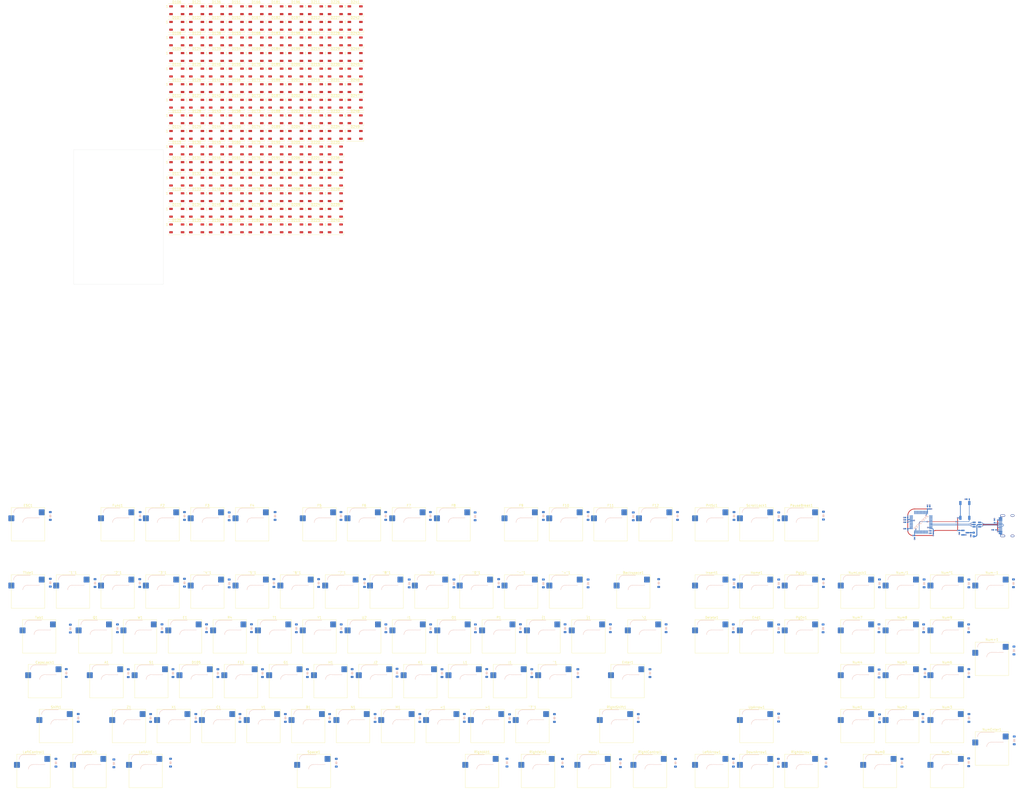
<source format=kicad_pcb>
(kicad_pcb (version 20240108) (generator "pcbnew") (generator_version "8.0")
  (title_block (title "ScottoModules (STM32F072CBT6)") (date "2024-07-13") (rev "2.0.0") (company "ScottoKeebs") (comment 1 "GND filled zone should be on In1.Cu and In2.Cu on a 4 layer board.") (comment 2 "GND can be used on F.Cu and B.Cu on a 2 layer board but not encouraged."))
  (layers (0 "F.Cu" signal) (1 "In1.Cu" signal) (2 "In2.Cu" signal) (31 "B.Cu" signal) (34 "B.Paste" user) (35 "F.Paste" user) (36 "B.SilkS" user "B.Silkscreen") (37 "F.SilkS" user "F.Silkscreen") (38 "B.Mask" user) (39 "F.Mask" user) (44 "Edge.Cuts" user))
  (net 0 "")
  (net 1 "GND")
  (net 2 "+3.3V")
  (net 3 "+5V")
  (net 4 "VBUS")
  (net 5 "/USB_D+")
  (net 6 "Net-(J1-CC1)")
  (net 7 "/USB_D-")
  (net 8 "Net-(J1-CC2)")
  (net 9 "Col20")
  (net 10 "Row2")
  (net 11 "Col1")
  (net 12 "Col13")
  (net 13 "Col2")
  (net 14 "Col8")
  (net 15 "Col10")
  (net 16 "Col11")
  (net 17 "Col9")
  (net 18 "/A13")
  (net 19 "/A14")
  (net 20 "Col6")
  (net 21 "Col3")
  (net 22 "/MCU_D-")
  (net 23 "/MCU_D+")
  (net 24 "/NRST")
  (net 25 "/BOOT0")
  (net 26 "Col19")
  (net 27 "Col12")
  (net 28 "Col0")
  (net 29 "Row0")
  (net 30 "Col16")
  (net 31 "Col4")
  (net 32 "Col14")
  (net 33 "Row4")
  (net 34 "Row3")
  (net 35 "Row1")
  (net 36 "/F1")
  (net 37 "Col17")
  (net 38 "/C13")
  (net 39 "Col7")
  (net 40 "/C14")
  (net 41 "Col18")
  (net 42 "/F0")
  (net 43 "/C15")
  (net 44 "Col5")
  (net 45 "Row5")
  (net 46 "Col15")
  (net 47 "Net-(D28-A)")
  (net 48 "Net-(D27-A)")
  (net 49 "Net-(D70-A)")
  (net 50 "Net-(D18-A)")
  (net 51 "Net-(D19-A)")
  (net 52 "Net-(D20-A)")
  (net 53 "Net-(D21-A)")
  (net 54 "Net-(D22-A)")
  (net 55 "Net-(D23-A)")
  (net 56 "Net-(D24-A)")
  (net 57 "Net-(D25-A)")
  (net 58 "Net-(D26-A)")
  (net 59 "Net-(D29-A)")
  (net 60 "Net-(D85-A)")
  (net 61 "Net-(D69-A)")
  (net 62 "Net-(D83-A)")
  (net 63 "Net-(D84-A)")
  (net 64 "Net-(D60-A)")
  (net 65 "Net-(D80-A)")
  (net 66 "Net-(D30-A)")
  (net 67 "Net-(D78-A)")
  (net 68 "Net-(D59-A)")
  (net 69 "Net-(D1-A)")
  (net 70 "Net-(D2-A)")
  (net 71 "Net-(D3-A)")
  (net 72 "Net-(D4-A)")
  (net 73 "Net-(D5-A)")
  (net 74 "Net-(D6-A)")
  (net 75 "Net-(D7-A)")
  (net 76 "Net-(D8-A)")
  (net 77 "Net-(D9-A)")
  (net 78 "Net-(D10-A)")
  (net 79 "Net-(D11-A)")
  (net 80 "Net-(D12-A)")
  (net 81 "Net-(D13-A)")
  (net 82 "Net-(D14-A)")
  (net 83 "Net-(D15-A)")
  (net 84 "Net-(D16-A)")
  (net 85 "Net-(D17-A)")
  (net 86 "Net-(D31-A)")
  (net 87 "Net-(D32-A)")
  (net 88 "Net-(D33-A)")
  (net 89 "Net-(D34-A)")
  (net 90 "Net-(D35-A)")
  (net 91 "Net-(D36-A)")
  (net 92 "Net-(D37-A)")
  (net 93 "Net-(D38-A)")
  (net 94 "Net-(D39-A)")
  (net 95 "Net-(D40-A)")
  (net 96 "Net-(D41-A)")
  (net 97 "Net-(D42-A)")
  (net 98 "Net-(D43-A)")
  (net 99 "Net-(D44-A)")
  (net 100 "Net-(D45-A)")
  (net 101 "Net-(D46-A)")
  (net 102 "Net-(D47-A)")
  (net 103 "Net-(D48-A)")
  (net 104 "Net-(D49-A)")
  (net 105 "Net-(D50-A)")
  (net 106 "Net-(D51-A)")
  (net 107 "Net-(D52-A)")
  (net 108 "Net-(D53-A)")
  (net 109 "Net-(D54-A)")
  (net 110 "Net-(D55-A)")
  (net 111 "Net-(D56-A)")
  (net 112 "Net-(D57-A)")
  (net 113 "Net-(D58-A)")
  (net 114 "Net-(D61-A)")
  (net 115 "Net-(D62-A)")
  (net 116 "Net-(D63-A)")
  (net 117 "Net-(D64-A)")
  (net 118 "Net-(D65-A)")
  (net 119 "Net-(D66-A)")
  (net 120 "Net-(D67-A)")
  (net 121 "Net-(D68-A)")
  (net 122 "Net-(D71-A)")
  (net 123 "Net-(D72-A)")
  (net 124 "Net-(D73-A)")
  (net 125 "Net-(D74-A)")
  (net 126 "Net-(D75-A)")
  (net 127 "Net-(D76-A)")
  (net 128 "Net-(D77-A)")
  (net 129 "Net-(D79-A)")
  (net 130 "Net-(D81-A)")
  (net 131 "Net-(D82-A)")
  (net 132 "Net-(D86-A)")
  (net 133 "Net-(D87-A)")
  (net 134 "Net-(D88-A)")
  (net 135 "Net-(D89-A)")
  (net 136 "Net-(D90-A)")
  (net 137 "Net-(D91-A)")
  (net 138 "Net-(D92-A)")
  (net 139 "Net-(D93-A)")
  (net 140 "Net-(D94-A)")
  (net 141 "Net-(D95-A)")
  (net 142 "Net-(D96-A)")
  (net 143 "Net-(D97-A)")
  (net 144 "Net-(D98-A)")
  (net 145 "Net-(D99-A)")
  (net 146 "Net-(D100-A)")
  (net 147 "Net-(D101-A)")
  (net 148 "Net-(D102-A)")
  (net 149 "Net-(D103-A)")
  (net 150 "Net-(D104-A)")
  (net 151 "Net-(D106-DOUT)")
  (net 152 "LEDIN")
  (net 153 "Net-(D107-DOUT)")
  (net 154 "Net-(D108-DOUT)")
  (net 155 "Net-(D109-DOUT)")
  (net 156 "Net-(D110-DOUT)")
  (net 157 "Net-(D111-DOUT)")
  (net 158 "Net-(D112-DOUT)")
  (net 159 "Net-(D113-DOUT)")
  (net 160 "Net-(D114-DOUT)")
  (net 161 "Net-(D115-DOUT)")
  (net 162 "Net-(D116-DOUT)")
  (net 163 "Net-(D117-DOUT)")
  (net 164 "Net-(D118-DIN)")
  (net 165 "Net-(D118-DOUT)")
  (net 166 "Net-(D119-DOUT)")
  (net 167 "Net-(D120-DOUT)")
  (net 168 "Net-(D121-DOUT)")
  (net 169 "Net-(D122-DOUT)")
  (net 170 "Net-(D123-DOUT)")
  (net 171 "Net-(D124-DOUT)")
  (net 172 "Net-(D125-DOUT)")
  (net 173 "Net-(D126-DOUT)")
  (net 174 "Net-(D127-DOUT)")
  (net 175 "Net-(D128-DOUT)")
  (net 176 "Net-(D128-DIN)")
  (net 177 "Net-(D129-DOUT)")
  (net 178 "Net-(D130-DOUT)")
  (net 179 "Net-(D131-DOUT)")
  (net 180 "Net-(D132-DOUT)")
  (net 181 "Net-(D133-DOUT)")
  (net 182 "Net-(D134-DOUT)")
  (net 183 "Net-(D135-DOUT)")
  (net 184 "Net-(D136-DOUT)")
  (net 185 "Net-(D137-DOUT)")
  (net 186 "Net-(D138-DOUT)")
  (net 187 "Net-(D140-DOUT)")
  (net 188 "Net-(D141-DOUT)")
  (net 189 "Net-(D142-DIN)")
  (net 190 "Net-(D142-DOUT)")
  (net 191 "Net-(D143-DOUT)")
  (net 192 "Net-(D144-DOUT)")
  (net 193 "Net-(D145-DOUT)")
  (net 194 "Net-(D146-DOUT)")
  (net 195 "Net-(D147-DOUT)")
  (net 196 "Net-(D148-DOUT)")
  (net 197 "Net-(D149-DOUT)")
  (net 198 "Net-(D150-DOUT)")
  (net 199 "Net-(D151-DOUT)")
  (net 200 "Net-(D152-DOUT)")
  (net 201 "Net-(D153-DOUT)")
  (net 202 "Net-(D154-DOUT)")
  (net 203 "Net-(D155-DOUT)")
  (net 204 "Net-(D156-DOUT)")
  (net 205 "Net-(D157-DOUT)")
  (net 206 "Net-(D158-DOUT)")
  (net 207 "Net-(D159-DOUT)")
  (net 208 "Net-(D160-DOUT)")
  (net 209 "Net-(D161-DOUT)")
  (net 210 "Net-(D162-DOUT)")
  (net 211 "Net-(D163-DOUT)")
  (net 212 "Net-(D164-DOUT)")
  (net 213 "Net-(D165-DOUT)")
  (net 214 "Net-(D166-DIN)")
  (net 215 "Net-(D166-DOUT)")
  (net 216 "Net-(D167-DOUT)")
  (net 217 "Net-(D168-DOUT)")
  (net 218 "Net-(D169-DOUT)")
  (net 219 "Net-(D170-DOUT)")
  (net 220 "Net-(D171-DOUT)")
  (net 221 "Net-(D172-DOUT)")
  (net 222 "Net-(D173-DOUT)")
  (net 223 "Net-(D174-DOUT)")
  (net 224 "Net-(D175-DOUT)")
  (net 225 "Net-(D176-DOUT)")
  (net 227 "Net-(D178-DOUT)")
  (net 228 "Net-(D179-DIN)")
  (net 229 "Net-(D180-DOUT)")
  (net 230 "Net-(D181-DIN)")
  (net 231 "Net-(D182-DOUT)")
  (net 232 "Net-(D183-DIN)")
  (net 233 "Net-(D184-DOUT)")
  (net 234 "Net-(D185-DIN)")
  (net 235 "Net-(D186-DOUT)")
  (net 236 "Net-(D187-DIN)")
  (net 237 "Net-(D188-DOUT)")
  (net 238 "Net-(D189-DIN)")
  (net 239 "Net-(D190-DOUT)")
  (net 240 "Net-(D191-DIN)")
  (net 241 "Net-(D192-DOUT)")
  (net 242 "Net-(D193-DIN)")
  (net 243 "Net-(D194-DOUT)")
  (net 244 "Net-(D195-DIN)")
  (net 245 "Net-(D196-DOUT)")
  (net 246 "Net-(D197-DIN)")
  (net 247 "Net-(D198-DOUT)")
  (net 248 "Net-(D199-DIN)")
  (net 249 "Net-(D200-DOUT)")
  (net 250 "Net-(D201-DIN)")
  (net 251 "Net-(D202-DOUT)")
  (net 252 "Net-(D203-DIN)")
  (net 253 "Net-(D204-DOUT)")
  (net 254 "Net-(D205-DIN)")
  (net 255 "Net-(D206-DOUT)")
  (net 256 "Net-(D207-DIN)")
  (net 257 "Net-(D208-DOUT)")
  (net 258 "Net-(D209-DIN)")
  (net 259 "Net-(D210-DOUT)")
  (net 260 "Net-(D211-DIN)")
  (net 261 "Net-(D212-DOUT)")
  (net 262 "Net-(D213-DIN)")
  (net 263 "Net-(D214-DOUT)")
  (net 264 "Net-(D215-DIN)")
  (net 265 "Net-(D216-DOUT)")
  (net 266 "Net-(D217-DIN)")
  (net 267 "Net-(D218-DOUT)")
  (net 268 "Net-(D219-DIN)")
  (net 269 "Net-(D220-DOUT)")
  (net 270 "Net-(D221-DIN)")
  (net 271 "Net-(D222-DOUT)")
  (net 272 "Net-(D223-DIN)")
  (net 273 "Net-(D224-DOUT)")
  (net 274 "Net-(D225-DIN)")
  (net 275 "Net-(D226-DOUT)")
  (net 276 "Net-(D227-DIN)")
  (net 277 "Net-(D228-DOUT)")
  (net 278 "Net-(D229-DIN)")
  (net 279 "Net-(D230-DOUT)")
  (net 280 "Net-(D231-DIN)")
  (net 281 "Net-(D232-DOUT)")
  (net 282 "Net-(D233-DIN)")
  (net 283 "Net-(D234-DOUT)")
  (net 284 "Net-(D235-DIN)")
  (net 285 "Net-(D236-DOUT)")
  (net 286 "Net-(D237-DIN)")
  (net 287 "Net-(D238-DOUT)")
  (net 288 "Net-(D239-DIN)")
  (net 289 "Net-(D240-DOUT)")
  (net 290 "Net-(D241-DIN)")
  (net 291 "Net-(D242-DOUT)")
  (net 292 "Net-(D243-DIN)")
  (net 293 "Net-(D244-DOUT)")
  (net 294 "Net-(D246-DOUT)")
  (net 295 "Net-(D248-DOUT)")
  (footprint "ScottoKeebs_Components:LED_WS2812B" (layer "F.Cu") (at 209.637446 57.510029)
    (property "Reference" "D173")
    (property "Value" "LED_WS2812B")
  )
  (footprint "ScottoKeebs_Hotswap:Hotswap_MX_1.00u" (layer "F.Cu") (at 169.894946 258.160029)
    (property "Reference" "\"3\"1")
    (property "Value" "Keyswitch")
  )
  (footprint "ScottoKeebs_Components:LED_WS2812B" (layer "F.Cu") (at 209.637446 24.410029)
    (property "Reference" "D168")
    (property "Value" "LED_WS2812B")
  )
  (footprint "ScottoKeebs_Hotswap:Hotswap_MX_1.00u" (layer "F.Cu") (at 236.569946 229.585029)
    (property "Reference" "F5")
    (property "Value" "Keyswitch")
  )
  (footprint "ScottoKeebs_Components:LED_WS2812B" (layer "F.Cu") (at 226.477446 64.130029)
    (property "Reference" "D204")
    (property "Value" "LED_WS2812B")
  )
  (footprint "ScottoKeebs_Hotswap:Hotswap_MX_1.00u" (layer "F.Cu") (at 441.357446 277.210029)
    (property "Reference" "PgDn1")
    (property "Value" "Keyswitch")
  )
  (footprint "ScottoKeebs_Components:LED_WS2812B" (layer "F.Cu") (at 201.217446 11.170029)
    (property "Reference" "D151")
    (property "Value" "LED_WS2812B")
  )
  (footprint "ScottoKeebs_Components:LED_WS2812B" (layer "F.Cu") (at 192.797446 97.230029)
    (property "Reference" "D149")
    (property "Value" "LED_WS2812B")
  )
  (footprint "ScottoKeebs_Hotswap:Hotswap_MX_6.25u" (layer "F.Cu") (at 234.188696 334.360029)
    (property "Reference" "Space1")
    (property "Value" "Keyswitch")
  )
  (footprint "ScottoKeebs_Hotswap:Hotswap_MX_1.00u" (layer "F.Cu") (at 303.244946 258.160029)
    (property "Reference" "\"0\"1")
    (property "Value" "Keyswitch")
  )
  (footprint "ScottoKeebs_Hotswap:Hotswap_MX_1.25u" (layer "F.Cu") (at 138.938696 334.360029)
    (property "Reference" "LeftWin1")
    (property "Value" "Keyswitch")
  )
  (footprint "ScottoKeebs_Components:LED_WS2812B" (layer "F.Cu") (at 226.477446 11.170029)
    (property "Reference" "D196")
    (property "Value" "LED_WS2812B")
  )
  (footprint "ScottoKeebs_Components:LED_WS2812B" (layer "F.Cu") (at 209.637446 50.890029)
    (property "Reference" "D172")
    (property "Value" "LED_WS2812B")
  )
  (footprint "ScottoKeebs_Components:LED_WS2812B" (layer "F.Cu") (at 226.477446 50.890029)
    (property "Reference" "D202")
    (property "Value" "LED_WS2812B")
  )
  (footprint "ScottoKeebs_Components:LED_WS2812B" (layer "F.Cu") (at 209.637446 103.850029)
    (property "Reference" "D180")
    (property "Value" "LED_WS2812B")
  )
  (footprint "ScottoKeebs_Components:LED_WS2812B" (layer "F.Cu") (at 243.317446 24.410029)
    (property "Reference" "D228")
    (property "Value" "LED_WS2812B")
  )
  (footprint "ScottoKeebs_Hotswap:Hotswap_MX_1.00u" (layer "F.Cu") (at 350.869946 277.210029)
    (property "Reference" "}1")
    (property "Value" "Keyswitch")
  )
  (footprint "ScottoKeebs_Hotswap:Hotswap_MX_1.00u" (layer "F.Cu") (at 112.744946 258.160029)
    (property "Reference" "Tilde1")
    (property "Value" "Keyswitch")
  )
  (footprint "ScottoKeebs_Components:LED_WS2812B" (layer "F.Cu") (at 218.057446 24.410029)
    (property "Reference" "D183")
    (property "Value" "LED_WS2812B")
  )
  (footprint "ScottoKeebs_Components:LED_WS2812B" (layer "F.Cu") (at 251.737446 64.130029)
    (property "Reference" "D249")
    (property "Value" "LED_WS2812B")
  )
  (footprint "ScottoKeebs_Hotswap:Hotswap_MX_1.00u" (layer "F.Cu") (at 422.307446 277.210029)
    (property "Reference" "End1")
    (property "Value" "Keyswitch")
  )
  (footprint "ScottoKeebs_Components:LED_WS2812B" (layer "F.Cu") (at 234.897446 50.890029)
    (property "Reference" "D217")
    (property "Value" "LED_WS2812B")
  )
  (footprint "ScottoKeebs_Components:LED_WS2812B" (layer "F.Cu") (at 201.217446 64.130029)
    (property "Reference" "D159")
    (property "Value" "LED_WS2812B")
  )
  (footprint "ScottoKeebs_Hotswap:Hotswap_MX_2.00u_90deg" (layer "F.Cu") (at 522.319946 286.735029)
    (property "Reference" "Num+1")
    (property "Value" "Keyswitch")
  )
  (footprint "ScottoKeebs_Hotswap:Hotswap_MX_1.00u" (layer "F.Cu") (at 317.532446 296.260029)
    (property "Reference" ";1")
    (property "Value" "Keyswitch")
  )
  (footprint "ScottoKeebs_Components:LED_WS2812B" (layer "F.Cu") (at 192.797446 83.990029)
    (property "Reference" "D147")
    (property "Value" "LED_WS2812B")
  )
  (footprint "ScottoKeebs_Hotswap:Hotswap_MX_1.50u" (layer "F.Cu") (at 374.682446 277.210029)
    (property "Reference" "\\1")
    (property "Value" "Keyswitch")
  )
  (footprint "ScottoKeebs_Components:LED_WS2812B" (layer "F.Cu") (at 243.317446 11.170029)
    (property "Reference" "D226")
    (property "Value" "LED_WS2812B")
  )
  (footprint "ScottoKeebs_Hotswap:Hotswap_MX_1.00u" (layer "F.Cu") (at 184.182446 296.260029)
    (property "Reference" "D105")
    (property "Value" "Keyswitch")
  )
  (footprint "ScottoKeebs_Hotswap:Hotswap_MX_1.00u" (layer "F.Cu") (at 131.794946 258.160029)
    (property "Reference" "\"1\"1")
    (property "Value" "Keyswitch")
  )
  (footprint "ScottoKeebs_Hotswap:Hotswap_MX_2.00u" (layer "F.Cu") (at 369.919946 258.160029)
    (property "Reference" "Backspace1")
    (property "Value" "Keyswitch")
  )
  (footprint "ScottoKeebs_Components:LED_WS2812B" (layer "F.Cu") (at 209.637446 44.270029)
    (property "Reference" "D171")
    (property "Value" "LED_WS2812B")
  )
  (footprint "ScottoKeebs_Components:LED_WS2812B" (layer "F.Cu") (at 234.897446 11.170029)
    (property "Reference" "D211")
    (property "Value" "LED_WS2812B")
  )
  (footprint "ScottoKeebs_Hotswap:Hotswap_MX_1.00u" (layer "F.Cu") (at 265.144946 258.160029)
    (property "Reference" "\"8\"1")
    (property "Value" "Keyswitch")
  )
  (footprint "ScottoKeebs_Components:LED_WS2812B" (layer "F.Cu") (at 209.637446 83.990029)
    (property "Reference" "D177")
    (property "Value" "LED_WS2812B")
  )
  (footprint "ScottoKeebs_Components:LED_WS2812B" (layer "F.Cu") (at 201.217446 17.790029)
    (property "Reference" "D152")
    (property "Value" "LED_WS2812B")
  )
  (footprint "ScottoKeebs_Components:LED_WS2812B" (layer "F.Cu") (at 234.897446 83.990029)
    (property "Reference" "D222")
    (property "Value" "LED_WS2812B")
  )
  (footprint "ScottoKeebs_Components:LED_WS2812B" (layer "F.Cu") (at 243.317446 103.850029)
    (property "Reference" "D240")
    (property "Value" "LED_WS2812B")
  )
  (footprint "ScottoKeebs_Hotswap:Hotswap_MX_1.25u" (layer "F.Cu") (at 377.063696 334.360029)
    (property "Reference" "RightControl1")
    (property "Value" "Keyswitch")
  )
  (footprint "ScottoKeebs_Components:LED_WS2812B" (layer "F.Cu") (at 192.797446 11.170029)
    (property "Reference" "D136")
    (property "Value" "LED_WS2812B")
  )
  (footprint "ScottoKeebs_Components:LED_WS2812B" (layer "F.Cu") (at 251.737446 44.270029)
    (property "Reference" "D246")
    (property "Value" "LED_WS2812B")
  )
  (footprint "ScottoKeebs_Components:LED_WS2812B" (layer "F.Cu") (at 201.217446 44.270029)
    (property "Reference" "D156")
    (property "Value" "LED_WS2812B")
  )
  (footprint "ScottoKeebs_Components:LED_WS2812B" (layer "F.Cu") (at 201.217446 83.990029)
    (property "Reference" "D162")
    (property "Value" "LED_WS2812B")
  )
  (footprint "ScottoKeebs_Components:LED_WS2812B" (layer "F.Cu") (at 192.797446 57.510029)
    (property "Reference" "D143")
    (property "Value" "LED_WS2812B")
  )
  (footprint "ScottoKeebs_Components:LED_WS2812B" (layer "F.Cu") (at 201.217446 24.410029)
    (property "Reference" "D153")
    (property "Value" "LED_WS2812B")
  )
  (footprint "ScottoKeebs_Components:LED_WS2812B" (layer "F.Cu") (at 184.377446 103.850029)
    (property "Reference" "D135")
    (property "Value" "LED_WS2812B")
  )
  (footprint "ScottoKeebs_Components:LED_WS2812B" (layer "F.Cu") (at 201.217446 103.850029)
    (property "Reference" "D165")
    (property "Value" "LED_WS2812B")
  )
  (footprint "ScottoKeebs_Hotswap:Hotswap_MX_1.00u" (layer "F.Cu") (at 403.257446 334.360029)
    (property "Reference" "LeftArrow1")
    (property "Value" "Keyswitch")
  )
  (footprint "ScottoKeebs_Components:LED_WS2812B" (layer "F.Cu") (at 175.957446 31.030029)
    (property "Reference" "D109")
    (property "Value" "LED_WS2812B")
  )
  (footprint "ScottoKeebs_Components:LED_WS2812B" (layer "F.Cu") (at 175.957446 37.650029)
    (property "Reference" "D110")
    (property "Value" "LED_WS2812B")
  )
  (footprint "ScottoKeebs_Components:LED_WS2812B" (layer "F.Cu") (at 209.637446 77.370029)
    (property "Reference" "D176")
    (property "Value" "LED_WS2812B")
  )
  (footprint "ScottoKeebs_Components:LED_WS2812B" (layer "F.Cu") (at 234.897446 90.610029)
    (property "Reference" "D223")
    (property "Value" "LED_WS2812B")
  )
  (footprint "ScottoKeebs_Hotswap:Hotswap_MX_1.00u" (layer "F.Cu") (at 441.357446 258.160029)
    (property "Reference" "PgUp1")
    (property "Value" "Keyswitch")
  )
  (footprint "ScottoKeebs_Hotswap:Hotswap_MX_1.00u" (layer "F.Cu") (at 260.382446 296.260029)
    (property "Reference" "J2")
    (property "Value" "Keyswitch")
  )
  (footprint "ScottoKeebs_Components:LED_WS2812B" (layer "F.Cu") (at 243.317446 31.030029)
    (property "Reference" "D229")
    (property "Value" "LED_WS2812B")
  )
  (footprint "ScottoKeebs_Components:LED_WS2812B" (layer "F.Cu") (at 192.797446 64.130029)
    (property "Reference" "D144")
    (property "Value" "LED_WS2812B")
  )
  (footprint "ScottoKeebs_Components:LED_WS2812B" (layer "F.Cu") (at 234.897446 17.790029)
    (property "Reference" "D212")
    (property "Value" "LED_WS2812B")
  )
  (footprint "ScottoKeebs_Components:LED_WS2812B" (layer "F.Cu") (at 175.957446 50.890029)
    (property "Reference" "D112")
    (property "Value" "LED_WS2812B")
  )
  (footprint "ScottoKeebs_Components:LED_WS2812B" (layer "F.Cu") (at 192.797446 24.410029)
    (property "Reference" "D138")
    (property "Value" "LED_WS2812B")
  )
  (footprint "ScottoKeebs_Components:LED_WS2812B" (layer "F.Cu") (at 234.897446 57.510029)
    (property "Reference" "D218")
    (property "Value" "LED_WS2812B")
  )
  (footprint "ScottoKeebs_Components:LED_WS2812B" (layer "F.Cu") (at 192.797446 31.030029)
    (property "Reference" "D139")
    (property "Value" "LED_WS2812B")
  )
  (footprint "ScottoKeebs_Components:LED_WS2812B" (layer "F.Cu") (at 175.957446 83.990029)
    (property "Reference" "D117")
    (property "Value" "LED_WS2812B")
  )
  (footprint "ScottoKeebs_Components:LED_WS2812B" (layer "F.Cu") (at 192.797446 44.270029)
    (property "Reference" "D141")
    (property "Value" "LED_WS2812B")
  )
  (footprint "ScottoKeebs_Components:LED_WS2812B" (layer "F.Cu") (at 175.957446 77.370029)
    (property "Reference" "D116")
    (property "Value" "LED_WS2812B")
  )
  (footprint "ScottoKeebs_Components:LED_WS2812B" (layer "F.Cu") (at 243.317446 97.230029)
    (property "Reference" "D239")
    (property "Value" "LED_WS2812B")
  )
  (footprint "ScottoKeebs_Hotswap:Hotswap_MX_1.00u" (layer "F.Cu") (at 503.269946 315.310029)
    (property "Reference" "Num3")
    (property "Value" "Keyswitch")
  )
  (footprint "ScottoKeebs_Hotswap:Hotswap_MX_1.00u" (layer "F.Cu") (at 312.769946 277.210029)
    (property "Reference" "P1")
    (property "Value" "Keyswitch")
  )
  (footprint "ScottoKeebs_Hotswap:Hotswap_MX_1.00u" (layer "F.Cu") (at 503.269946 334.360029)
    (property "Reference" "Num.1")
    (property "Value" "Keyswitch")
  )
  (footprint "ScottoKeebs_Components:LED_WS2812B" (layer "F.Cu") (at 251.737446 57.510029)
    (property "Reference" "D248")
    (property "Value" "LED_WS2812B")
  )
  (footprint "ScottoKeebs_Hotswap:Hotswap_MX_1.00u" (layer "F.Cu") (at 188.944946 258.160029)
    (property "Reference" "\"4\"1")
    (property "Value" "Keyswitch")
  )
  (footprint "ScottoKeebs_Hotswap:Hotswap_MX_1.00u" (layer "F.Cu") (at 422.307446 258.160029)
    (property "Reference" "Home1")
    (property "Value" "Keyswitch")
  )
  (footprint "ScottoKeebs_Components:LED_WS2812B" (layer "F.Cu") (at 175.957446 44.270029)
    (property "Reference" "D111")
    (property "Value" "LED_WS2812B")
  )
  (footprint "ScottoKeebs_Hotswap:Hotswap_MX_1.00u" (layer "F.Cu") (at 522.319946 258.160029)
    (property "Reference" "Num-1")
    (property "Value" "Keyswitch")
  )
  (footprint "ScottoKeebs_Hotswap:Hotswap_MX_1.00u" (layer "F.Cu") (at 341.294946 229.585029)
    (property "Reference" "F10")
    (property "Value" "Keyswitch")
  )
  (footprint "ScottoKeebs_Components:LED_WS2812B" (layer "F.Cu") (at 251.737446 50.890029)
    (property "Reference" "D247")
    (property "Value" "LED_WS2812B")
  )
  (footprint "ScottoKeebs_Components:LED_WS2812B" (layer "F.Cu") (at 192.797446 50.890029)
    (property "Reference" "D142")
    (property "Value" "LED_WS2812B")
  )
  (footprint "ScottoKeebs_Components:LED_WS2812B" (layer "F.Cu") (at 175.957446 103.850029)
    (property "Reference" "D120")
    (property "Value" "LED_WS2812B")
  )
  (footprint "ScottoKeebs_Components:LED_WS2812B" (layer "F.Cu") (at 226.477446 44.270029)
    (property "Reference" "D201")
    (property "Value" "LED_WS2812B")
  )
  (footprint "ScottoKeebs_Components:LED_WS2812B" (layer "F.Cu") (at 218.057446 17.790029)
    (property "Reference" "D182")
    (property "Value" "LED_WS2812B")
  )
  (footprint "ScottoKeebs_Hotswap:Hotswap_MX_1.00u" (layer "F.Cu") (at 293.569946 229.585029)
    (property "Reference" "F8")
    (property "Value" "Keyswitch")
  )
  (footprint "ScottoKeebs_Components:LED_WS2812B" (layer "F.Cu") (at 226.477446 70.750029)
    (property "Reference" "D205")
    (property "Value" "LED_WS2812B")
  )
  (footprint "ScottoKeebs_Components:LED_WS2812B" (layer "F.Cu") (at 226.477446 103.850029)
    (property "Reference" "D210")
    (property "Value" "LED_WS2812B")
  )
  (footprint "ScottoKeebs_Components:LED_WS2812B" (layer "F.Cu") (at 201.217446 70.750029)
    (property "Reference" "D160")
    (property "Value" "LED_WS2812B")
  )
  (footprint "ScottoKeebs_Hotswap:Hotswap_MX_1.00u" (layer "F.Cu") (at 207.994946 229.585029)
    (property "Reference" "F4")
    (property "Value" "Keyswitch")
  )
  (footprint "ScottoKeebs_Components:LED_WS2812B" (layer "F.Cu") (at 201.217446 37.650029)
    (property "Reference" "D155")
    (property "Value" "LED_WS2812B")
  )
  (footprint "ScottoKeebs_Components:LED_WS2812B" (layer "F.Cu") (at 243.317446 50.890029)
    (property "Reference" "D232")
    (property "Value" "LED_WS2812B")
  )
  (footprint "ScottoKeebs_Components:LED_WS2812B" (layer "F.Cu") (at 175.957446 11.170029)
    (property "Reference" "D106")
    (property "Value" "LED_WS2812B")
  )
  (footprint "ScottoKeebs_Components:LED_WS2812B" (layer "F.Cu") (at 209.637446 31.030029)
    (property "Reference" "D169")
    (property "Value" "LED_WS2812B")
  )
  (footprint "ScottoKeebs_Hotswap:Hotswap_MX_1.00u" (layer "F.Cu") (at 336.582446 296.260029)
    (property "Reference" "\"1")
    (property "Value" "Keyswitch")
  )
  (footprint "ScottoKeebs_Components:LED_WS2812B" (layer "F.Cu") (at 251.737446 31.030029)
    (property "Reference" "D244")
    (property "Value" "LED_WS2812B")
  )
  (footprint "ScottoKeebs_Hotswap:Hotswap_MX_1.00u" (layer "F.Cu") (at 150.844946 229.585029)
    (property "Reference" "Func1")
    (property "Value" "Keyswitch")
  )
  (footprint "ScottoKeebs_Hotswap:Hotswap_MX_1.00u" (layer "F.Cu") (at 207.994946 258.160029)
    (property "Reference" "\"5\"1")
    (property "Value" "Keyswitch")
  )
  (footprint "ScottoKeebs_Components:LED_WS2812B" (layer "F.Cu") (at 192.797446 70.750029)
    (property "Reference" "D145")
    (property "Value" "LED_WS2812B")
  )
  (footprint "ScottoKeebs_Components:LED_WS2812B" (layer "F.Cu") (at 184.377446 37.650029)
    (property "Reference" "D125")
    (property "Value" "LED_WS2812B")
  )
  (footprint "ScottoKeebs_Hotswap:Hotswap_MX_1.00u" (layer "F.Cu") (at 322.294946 258.160029)
    (property "Reference" "\"-\"1")
    (property "Value" "Keyswitch")
  )
  (footprint "ScottoKeebs_Hotswap:Hotswap_MX_1.00u" (layer "F.Cu") (at 227.044946 258.160029)
    (property "Reference" "\"6\"1")
    (property "Value" "Keyswitch")
  )
  (footprint "ScottoKeebs_Hotswap:Hotswap_MX_1.00u" (layer "F.Cu") (at 203.232446 296.260029)
    (property "Reference" "F13")
    (property "Value" "Keyswitch")
  )
  (footprint "ScottoKeebs_Components:LED_WS2812B" (layer "F.Cu") (at 218.057446 90.610029)
    (property "Reference" "D193")
    (property "Value" "LED_WS2812B")
  )
  (footprint "ScottoKeebs_Components:LED_WS2812B" (layer "F.Cu") (at 184.377446 11.170029)
    (property "Reference" "D121")
    (property "Value" "LED_WS2812B")
  )
  (footprint "ScottoKeebs_Hotswap:Hotswap_MX_1.00u" (layer "F.Cu") (at 298.482446 296.260029)
    (property "Reference" "L1")
    (property "Value" "Keyswitch")
  )
  (footprint "ScottoKeebs_Hotswap:Hotswap_MX_2.25u" (layer "F.Cu") (at 124.651196 315.310029)
    (property "Reference" "Shift1")
    (property "Value" "Keyswitch")
  )
  (footprint "ScottoKeebs_Components:LED_WS2812B" (layer "F.Cu") (at 192.797446 37.650029)
    (property "Reference" "D140")
    (property "Value" "LED_WS2812B")
  )
  (footprint "ScottoKeebs_Hotswap:Hotswap_MX_1.00u" (layer "F.Cu") (at 403.257446 277.210029)
    (property "Reference" "Delete1")
    (property "Value" "Keyswitch")
  )
  (footprint "ScottoKeebs_Hotswap:Hotswap_MX_1.00u" (layer "F.Cu") (at 503.269946 277.210029)
    (property "Reference" "Num9")
    (property "Value" "Keyswitch")
  )
  (footprint "ScottoKeebs_Components:LED_WS2812B" (layer "F.Cu") (at 201.217446 31.030029)
    (property "Reference" "D154")
    (property "Value" "LED_WS2812B")
  )
  (footprint "ScottoKeebs_Components:LED_WS2812B" (layer "F.Cu") (at 226.477446 57.510029)
    (property "Reference" "D203")
    (property "Value" "LED_WS2812B")
  )
  (footprint "ScottoKeebs_Components:LED_WS2812B" (layer "F.Cu") (at 226.477446 77.370029)
    (property "Reference" "D206")
    (property "Value" "LED_WS2812B")
  )
  (footprint "ScottoKeebs_Components:LED_WS2812B" (layer "F.Cu") (at 234.897446 97.230029)
    (property "Reference" "D224")
    (property "Value" "LED_WS2812B")
  )
  (footprint "ScottoKeebs_Hotswap:Hotswap_MX_1.00u" (layer "F.Cu") (at 274.569946 229.585029)
    (property "Reference" "F7")
    (property "Value" "Keyswitch")
  )
  (footprint "ScottoKeebs_Hotswap:Hotswap_MX_1.25u" (layer "F.Cu") (at 353.251196 334.360029)
    (property "Reference" "Menu1")
    (property "Value" "Keyswitch")
  )
  (footprint "ScottoKeebs_Hotswap:Hotswap_MX_1.00u" (layer "F.Cu") (at 503.269946 296.260029)
    (property "Reference" "Num6")
    (property "Value" "Keyswitch")
  )
  (footprint "ScottoKeebs_Hotswap:Hotswap_MX_2.00u_90deg" (layer "F.Cu") (at 522.319946 324.835029)
    (property "Reference" "NumEnter1")
    (property "Value" "Keyswitch")
  )
  (footprint "ScottoKeebs_Hotswap:Hotswap_MX_1.00u" (layer "F.Cu") (at 217.519946 277.210029)
    (property "Reference" "T1")
    (property "Value" "Keyswitch")
  )
  (footprint "ScottoKeebs_Components:LED_WS2812B" (layer "F.Cu") (at 226.477446 17.790029)
    (property "Reference" "D197")
    (property "Value" "LED_WS2812B")
  )
  (footprint "ScottoKeebs_Hotswap:Hotswap_MX_1.00u" (layer "F.Cu") (at 360.294946 229.585029)
    (property "Reference" "F11")
    (property "Value" "Keyswitch")
  )
  (footprint "ScottoKeebs_Components:LED_WS2812B" (layer "F.Cu") (at 175.957446 17.790029)
    (property "Reference" "D107")
    (property "Value" "LED_WS2812B")
  )
  (footprint "ScottoKeebs_Hotswap:Hotswap_MX_1.00u" (layer "F.Cu") (at 274.669946 277.210029)
    (property "Reference" "I1")
    (property "Value" "Keyswitch")
  )
  (footprint "ScottoKeebs_Components:LED_WS2812B" (layer "F.Cu") (at 251.737446 17.790029)
    (property "Reference" "D242")
    (property "Value" "LED_WS2812B")
  )
  (footprint "ScottoKeebs_Components:LED_WS2812B" (layer "F.Cu") (at 209.637446 17.790029)
    (property "Reference" "D167")
    (property "Value" "LED_WS2812B")
  )
  (footprint "ScottoKeebs_Hotswap:Hotswap_MX_1.00u" (layer "F.Cu") (at 141.319946 277.210029)
    (property "Reference" "Q1")
    (property "Value" "Keyswitch")
  )
  (footprint "ScottoKeebs_Hotswap:Hotswap_MX_1.00u" (layer "F.Cu") (at 331.819946 277.210029)
    (property "Reference" "{1")
    (property "Value" "Keyswitch")
  )
  (footprint "ScottoKeebs_Components:LED_WS2812B" (layer "F.Cu") (at 201.217446 57.510029)
    (property "Reference" "D158")
    (property "Value" "LED_WS2812B")
  )
  (footprint "ScottoKeebs_Components:LED_WS2812B" (layer "F.Cu") (at 201.217446 50.890029)
    (property "Reference" "D157")
    (property "Value" "LED_WS2812B")
  )
  (footprint "ScottoKeebs_Components:LED_WS2812B" (layer "F.Cu") (at 209.637446 11.170029)
    (property "Reference" "D166")
    (property "Value" "LED_WS2812B")
  )
  (footprint "ScottoKeebs_Components:LED_WS2812B" (layer "F.Cu") (at 209.637446 97.230029)
    (property "Reference" "D179")
    (property "Value" "LED_WS2812B")
  )
  (footprint "ScottoKeebs_Components:LED_WS2812B" (layer "F.Cu") (at 218.057446 31.030029)
    (property "Reference" "D184")
    (property "Value" "LED_WS2812B")
  )
  (footprint "ScottoKeebs_Components:LED_WS2812B" (layer "F.Cu") (at 184.377446 83.990029)
    (property "Reference" "D132")
    (property "Value" "LED_WS2812B")
  )
  (footprint "ScottoKeebs_Components:LED_WS2812B" (layer "F.Cu") (at 175.957446 64.130029)
    (property "Reference" "D114")
    (property "Value" "LED_WS2812B")
  )
  (footprint "ScottoKeebs_Components:LED_WS2812B" (layer "F.Cu") (at 175.957446 57.510029)
    (property "Reference" "D113")
    (property "Value" "LED_WS2812B")
  )
  (footprint "ScottoKeebs_Hotswap:Hotswap_MX_1.00u" (layer "F.Cu") (at 322.294946 229.585029)
    (property "Reference" "F9")
    (property "Value" "Keyswitch")
  )
  (footprint "ScottoKeebs_Hotswap:Hotswap_MX_1.00u" (layer "F.Cu") (at 222.282446 296.260029)
    (property "Reference" "G1")
    (property "Value" "Keyswitch")
  )
  (footprint "ScottoKeebs_Components:LED_WS2812B" (layer "F.Cu") (at 251.737446 11.170029)
    (property "Reference" "D241")
    (property "Value" "LED_WS2812B")
  )
  (footprint "ScottoKeebs_Components:LED_WS2812B" (layer "F.Cu") (at 243.317446 17.790029)
    (property "Reference" "D227")
    (property "Value" "LED_WS2812B")
  )
  (footprint "ScottoKeebs_Hotswap:Hotswap_MX_1.25u" (layer "F.Cu") (at 329.438696 334.360029)
    (property "Reference" "RightWin1")
    (property "Value" "Keyswitch")
  )
  (footprint "ScottoKeebs_Hotswap:Hotswap_MX_1.00u" (layer "F.Cu") (at 484.219946 315.310029)
    (property "Reference" "Num2")
    (property "Value" "Keyswitch")
  )
  (footprint "ScottoKeebs_Hotswap:Hotswap_MX_1.00u" (layer "F.Cu") (at 188.944946 229.585029)
    (property "Reference" "F3")
    (property "Value" "Keyswitch")
  )
  (footprint "ScottoKeebs_Hotswap:Hotswap_MX_2.75u" (layer "F.Cu") (at 362.776196 315.310029)
    (property "Reference" "RightShift1")
    (property "Value" "Keyswitch")
  )
  (footprint "ScottoKeebs_Hotswap:Hotswap_MX_1.00u" (layer "F.Cu") (at 293.719946 277.210029)
    (property "Reference" "O1")
    (property "Value" "Keyswitch")
  )
  (footprint "ScottoKeebs_Hotswap:Hotswap_MX_1.00u" (layer "F.Cu") (at 231.807446 315.310029)
    (property "Reference" "B1")
    (property "Value" "Keyswitch")
  )
  (footprint "ScottoKeebs_Components:LED_WS2812B" (layer "F.Cu") (at 251.737446 24.410029)
    (property "Reference" "D243")
    (property "Value" "LED_WS2812B")
  )
  (footprint "ScottoKeebs_Hotswap:Hotswap_MX_1.00u" (layer "F.Cu") (at 155.607446 315.310029)
    (property "Reference" "Z1")
    (property "Value" "Keyswitch")
  )
  (footprint "ScottoKeebs_Components:LED_WS2812B" (layer "F.Cu") (at 234.897446 77.370029)
    (property "Reference" "D221")
    (property "Value" "LED_WS2812B")
  )
  (footprint "ScottoKeebs_Components:LED_WS2812B" (layer "F.Cu") (at 184.377446 57.510029)
    (property "Reference" "D128")
    (property "Value" "LED_WS2812B")
  )
  (footprint "ScottoKeebs_Components:LED_WS2812B" (layer "F.Cu") (at 184.377446 70.750029)
    (property "Reference" "D130")
    (property "Value" "LED_WS2812B")
  )
  (footprint "ScottoKeebs_Components:LED_WS2812B" (layer "F.Cu") (at 218.057446 103.850029)
    (property "Reference" "D195")
    (property "Value" "LED_WS2812B")
  )
  (footprint "ScottoKeebs_Components:LED_WS2812B" (layer "F.Cu") (at 226.477446 97.230029)
    (property "Reference" "D209")
    (property "Value" "LED_WS2812B")
  )
  (footprint "ScottoKeebs_Components:LED_WS2812B" (layer "F.Cu") (at 226.477446 31.030029)
    (property "Reference" "D199")
    (property "Value" "LED_WS2812B")
  )
  (footprint "ScottoKeebs_Components:LED_WS2812B" (layer "F.Cu") (at 209.637446 64.130029)
    (property "Reference" "D174")
    (property "Value" "LED_WS2812B")
  )
  (footprint "ScottoKeebs_Components:LED_WS2812B" (layer "F.Cu") (at 226.477446 37.650029)
    (property "Reference" "D200")
    (property "Value" "LED_WS2812B")
  )
  (footprint "ScottoKeebs_Hotswap:Hotswap_MX_1.00u" (layer "F.Cu") (at 279.432446 296.260029)
    (property "Reference" "K1")
    (property "Value" "Keyswitch")
  )
  (footprint "ScottoKeebs_Hotswap:Hotswap_MX_1.00u" (layer "F.Cu") (at 236.569946 277.210029)
    (property "Reference" "Y1")
    (property "Value" "Keyswitch")
  )
  (footprint "ScottoKeebs_Components:LED_WS2812B" (layer "F.Cu") (at 234.897446 44.270029)
    (property "Reference" "D216")
    (property "Value" "LED_WS2812B")
  )
  (footprint "ScottoKeebs_Components:LED_WS2812B" (layer "F.Cu") (at 184.377446 24.410029)
    (property "Reference" "D123")
    (property "Value" "LED_WS2812B")
  )
  (footprint "ScottoKeebs_Components:LED_WS2812B" (layer "F.Cu") (at 218.057446 70.750029)
    (property "Reference" "D190")
    (property "Value" "LED_WS2812B")
  )
  (footprint "ScottoKeebs_Components:LED_WS2812B" (layer "F.Cu") (at 209.637446 37.650029)
    (property "Reference" "D170")
    (property "Value" "LED_WS2812B")
  )
  (footprint "ScottoKeebs_Components:LED_WS2812B" (layer "F.Cu") (at 184.377446 77.370029)
    (property "Reference" "D131")
    (property "Value" "LED_WS2812B")
  )
  (footprint "ScottoKeebs_Components:LED_WS2812B" (layer "F.Cu") (at 243.317446 64.130029)
    (property "Reference" "D234")
    (property "Value" "LED_WS2812B")
  )
  (footprint "ScottoKeebs_Components:LED_WS2812B" (layer "F.Cu") (at 201.217446 90.610029)
    (property "Reference" "D163")
    (property "Value" "LED_WS2812B")
  )
  (footprint "ScottoKeebs_Components:LED_WS2812B" (layer "F.Cu") (at 234.897446 64.130029)
    (property "Reference" "D219")
    (property "Value" "LED_WS2812B")
  )
  (footprint "ScottoKeebs_Components:LED_WS2812B" (layer "F.Cu") (at 243.317446 70.750029)
    (property "Reference" "D235")
    (property "Value" "LED_WS2812B")
  )
  (footprint "ScottoKeebs_Hotswap:Hotswap_MX_1.00u" (layer "F.Cu") (at 146.082446 296.260029)
    (property "Reference" "A1")
    (property "Value" "Keyswitch")
  )
  (footprint "ScottoKeebs_Hotswap:Hotswap_MX_1.00u" (layer "F.Cu") (at 308.007446 315.310029)
    (property "Reference" ">1")
    (property "Value" "Keyswitch")
  )
  (footprint "ScottoKeebs_Hotswap:Hotswap_MX_1.25u" (layer "F.Cu") (at 305.626196 334.360029)
    (property "Reference" "RightAlt1")
    (property "Value" "Keyswitch")
  )
  (footprint "ScottoKeebs_Components:LED_WS2812B" (layer "F.Cu") (at 218.057446 57.510029)
    (property "Reference" "D188")
    (property "Value" "LED_WS2812B")
  )
  (footprint "ScottoKeebs_Hotswap:Hotswap_MX_1.00u" (layer "F.Cu") (at 341.344946 258.160029)
    (property "Reference" "\"=\"1")
    (property "Value" "Keyswitch")
  )
  (footprint "ScottoKeebs_Hotswap:Hotswap_MX_1.00u" (layer "F.Cu") (at 150.844946 258.160029)
    (property "Reference" "\"2\"1")
    (property "Value" "Keyswitch")
  )
  (footprint "ScottoKeebs_Components:LED_WS2812B" (layer "F.Cu") (at 218.057446 83.990029)
    (property "Reference" "D192")
    (property "Value" "LED_WS2812B")
  )
  (footprint "ScottoKeebs_Hotswap:Hotswap_MX_1.00u" (layer "F.Cu") (at 246.094946 258.160029)
    (property "Reference" "\"7\"1")
    (property "Value" "Keyswitch")
  )
  (footprint "ScottoKeebs_Components:LED_WS2812B" (layer "F.Cu") (at 234.897446 31.030029)
    (property "Reference" "D214")
    (property "Value" "LED_WS2812B")
  )
  (footprint "ScottoKeebs_Components:LED_WS2812B" (layer "F.Cu") (at 243.317446 90.610029)
    (property "Reference" "D238")
    (property "Value" "LED_WS2812B")
  )
  (footprint "ScottoKeebs_Hotswap:Hotswap_MX_1.00u" (layer "F.Cu") (at 484.219946 277.210029)
    (property "Reference" "Num8")
    (property "Value" "Keyswitch")
  )
  (footprint "ScottoKeebs_Hotswap:Hotswap_MX_1.00u" (layer "F.Cu") (at 241.332446 296.260029)
    (property "Reference" "H1")
    (property "Value" "Keyswitch")
  )
  (footprint "ScottoKeebs_Hotswap:Hotswap_MX_2.25u" (layer "F.Cu") (at 367.538696 296.260029)
    (property "Reference" "Enter1")
    (property "Value" "Keyswitch")
  )
  (footprint "ScottoKeebs_Hotswap:Hotswap_MX_1.00u" (layer "F.Cu") (at 327.057446 315.310029)
    (property "Reference" "\"?\"1")
    (property "Value" "Keyswitch")
  )
  (footprint "ScottoKeebs_Hotswap:Hotswap_MX_1.00u" (layer "F.Cu") (at 255.619946 277.210029)
    (property "Reference" "U2")
    (property "Value" "Keyswitch")
  )
  (footprint "ScottoKeebs_Components:LED_WS2812B" (layer "F.Cu") (at 234.897446 103.850029)
    (property "Reference" "D225")
    (property "Value" "LED_WS2812B")
  )
  (footprint "ScottoKeebs_Hotswap:Hotswap_MX_1.00u" (layer "F.Cu") (at 484.219946 258.160029)
    (property "Reference" "Num/1")
    (property "Value" "Keyswitch")
  )
  (footprint "ScottoKeebs_Components:LED_WS2812B" (layer "F.Cu") (at 234.897446 37.650029)
    (property "Reference" "D215")
    (property "Value" "LED_WS2812B")
  )
  (footprint "ScottoKeebs_Components:LED_WS2812B" (layer "F.Cu") (at 218.057446 64.130029)
    (property "Reference" "D189")
    (property "Value" "LED_WS2812B")
  )
  (footprint "ScottoKeebs_Components:LED_WS2812B" (layer "F.Cu") (at 243.317446 57.510029)
    (property "Reference" "D233")
    (property "Value" "LED_WS2812B")
  )
  (footprint "ScottoKeebs_Components:LED_WS2812B" (layer "F.Cu") (at 209.637446 70.750029)
    (property "Reference" "D175")
    (property "Value" "LED_WS2812B")
  )
  (footprint "ScottoKeebs_Hotswap:Hotswap_MX_1.00u" (layer "F.Cu") (at 169.894946 229.585029)
    (property "Reference" "F2")
    (property "Value" "Keyswitch")
  )
  (footprint "ScottoKeebs_Hotswap:Hotswap_MX_1.00u" (layer "F.Cu") (at 465.169946 277.210029)
    (property "Reference" "Num7")
    (property "Value" "Keyswitch")
  )
  (footprint "ScottoKeebs_Hotswap:Hotswap_MX_1.00u" (layer "F.Cu") (at 422.307446 315.310029)
    (property "Reference" "UpArrow1")
    (property "Value" "Keyswitch")
  )
  (footprint "ScottoKeebs_Hotswap:Hotswap_MX_1.00u" (layer "F.Cu") (at 179.419946 277.210029)
    (property "Reference" "E1")
    (property "Value" "Keyswitch")
  )
  (footprint "ScottoKeebs_Components:LED_WS2812B" (layer "F.Cu") (at 192.797446 17.790029)
    (property "Reference" "D137")
    (property "Value" "LED_WS2812B")
  )
  (footprint "ScottoKeebs_Hotswap:Hotswap_MX_1.00u" (layer "F.Cu") (at 284.194946 258.160029)
    (property "Reference" "\"9\"1")
    (property "Value" "Keyswitch")
  )
  (footprint "ScottoKeebs_Components:LED_WS2812B" (layer "F.Cu") (at 175.957446 97.230029)
    (property "Reference" "D119")
    (property "Value" "LED_WS2812B")
  )
  (footprint "ScottoKeebs_Components:LED_WS2812B" (layer "F.Cu") (at 175.957446 90.610029)
    (property "Reference" "D118")
    (property "Value" "LED_WS2812B")
  )
  (footprint "ScottoKeebs_Components:LED_WS2812B" (layer "F.Cu") (at 184.377446 97.230029)
    (property "Reference" "D134")
    (property "Value" "LED_WS2812B")
  )
  (footprint "ScottoKeebs_Components:LED_WS2812B" (layer "F.Cu") (at 201.217446 97.230029)
    (property "Reference" "D164")
    (property "Value" "LED_WS2812B")
  )
  (footprint "ScottoKeebs_Hotswap:Hotswap_MX_1.25u" (layer "F.Cu") (at 162.751196 334.360029)
    (property "Reference" "LeftAlt1")
    (property "Value" "Keyswitch")
  )
  (footprint "ScottoKeebs_Hotswap:Hotswap_MX_1.00u" (layer "F.Cu") (at 112.744946 229.585029)
    (property "Reference" "ESC1")
    (property "Value" "Keyswitch")
  )
  (footprint "ScottoKeebs_Hotswap:Hotswap_MX_1.00u" (layer "F.Cu") (at 160.369946 277.210029)
    (property "Reference" "W1")
    (property "Value" "Keyswitch")
  )
  (footprint "ScottoKeebs_Hotswap:Hotswap_MX_1.00u" (layer "F.Cu") (at 288.957446 315.310029)
    (property "Reference" "<1")
    (property "Value" "Keyswitch")
  )
  (footprint "ScottoKeebs_Components:LED_WS2812B" (layer "F.Cu") (at 175.957446 70.750029)
    (property "Reference" "D115")
    (property "Value" "LED_WS2812B")
  )
  (footprint "ScottoKeebs_Hotswap:Hotswap_MX_1.00u" (layer "F.Cu") (at 441.357446 229.585029)
    (property "Reference" "PauseBreak1")
    (property "Value" "Keyswitch")
  )
  (footprint "ScottoKeebs_Components:LED_WS2812B" (layer "F.Cu") (at 184.377446 44.270029)
    (property "Reference" "D126")
    (property "Value" "LED_WS2812B")
  )
  (footprint "ScottoKeebs_Hotswap:Hotswap_MX_1.00u" (layer "F.Cu") (at 269.907446 315.310029)
    (property "Reference" "M1")
    (property "Value" "Keyswitch")
  )
  (footprint "ScottoKeebs_Hotswap:Hotswap_MX_1.00u" (layer "F.Cu") (at 503.269946 258.160029)
    (property "Reference" "Num*1")
    (property "Value" "Keyswitch")
  )
  (footprint "ScottoKeebs_Hotswap:Hotswap_MX_1.00u" (layer "F.Cu") (at 484.219946 296.260029)
    (property "Reference" "Num5")
    (property "Value" "Keyswitch")
  )
  (footprint "ScottoKeebs_Components:LED_WS2812B" (layer "F.Cu") (at 218.057446 50.890029)
    (property "Reference" "D187")
    (property "Value" "LED_WS2812B")
  )
  (footprint "ScottoKeebs_Components:LED_WS2812B" (layer "F.Cu") (at 243.317446 83.990029)
    (property "Reference" "D237")
    (property "Value" "LED_WS2812B")
  )
  (footprint "ScottoKeebs_Components:LED_WS2812B" (layer "F.Cu") (at 209.637446 90.610029)
    (property "Reference" "D178")
    (property "Value" "LED_WS2812B")
  )
  (footprint "ScottoKeebs_Components:LED_WS2812B" (layer "F.Cu") (at 226.477446 24.410029)
    (property "Reference" "D198")
    (property "Value" "LED_WS2812B")
  )
  (footprint "ScottoKeebs_Components:LED_WS2812B" (layer "F.Cu") (at 234.897446 70.750029)
    (property "Reference" "D220")
    (property "Value" "LED_WS2812B")
  )
  (footprint "ScottoKeebs_Hotswap:Hotswap_MX_1.00u" (layer "F.Cu") (at 465.169946 296.260029)
    (property "Reference" "Num4")
    (property "Value" "Keyswitch")
  )
  (footprint "ScottoKeebs_Hotswap:Hotswap_MX_1.00u" (layer "F.Cu") (at 422.307446 229.585029)
    (property "Reference" "ScrollLock1")
    (property "Value" "Keyswitch")
  )
  (footprint "ScottoKeebs_Components:LED_WS2812B" (layer "F.Cu") (at 226.477446 90.610029)
    (property "Reference" "D208")
    (property "Value" "LED_WS2812B")
  )
  (footprint "ScottoKeebs_Components:LED_WS2812B" (layer "F.Cu") (at 192.797446 77.370029)
    (property "Reference" "D146")
    (property "Value" "LED_WS2812B")
  )
  (footprint "ScottoKeebs_Hotswap:Hotswap_MX_1.00u" (layer "F.Cu") (at 422.307446 334.360029)
    (property "Reference" "DownArrow1")
    (property "Value" "Keyswitch")
  )
  (footprint "ScottoKeebs_Components:LED_WS2812B" (layer "F.Cu") (at 184.377446 64.130029)
    (property "Reference" "D129")
    (property "Value" "LED_WS2812B")
  )
  (footprint "ScottoKeebs_Components:LED_WS2812B" (layer "F.Cu") (at 226.477446 83.990029)
    (property "Reference" "D207")
    (property "Value" "LED_WS2812B")
  )
  (footprint "ScottoKeebs_Hotswap:Hotswap_MX_1.00u" (layer "F.Cu") (at 212.757446 315.310029)
    (property "Reference" "V1")
    (property "Value" "Keyswitch")
  )
  (footprint "ScottoKeebs_Components:LED_WS2812B" (layer "F.Cu") (at 184.377446 31.030029)
    (property "Reference" "D124")
    (property "Value" "LED_WS2812B")
  )
  (footprint "ScottoKeebs_Hotswap:Hotswap_MX_1.00u" (layer "F.Cu") (at 198.469946 277.210029)
    (property "Reference" "R4")
    (property "Value" "Keyswitch")
  )
  (footprint "ScottoKeebs_Hotswap:Hotswap_MX_1.00u" (layer "F.Cu") (at 465.169946 315.310029)
    (property "Reference" "Num1")
    (property "Value" "Keyswitch")
  )
  (footprint "ScottoKeebs_Components:LED_WS2812B" (layer "F.Cu") (at 251.737446 37.650029)
    (property "Reference" "D245")
    (property "Value" "LED_WS2812B")
  )
  (footprint "ScottoKeebs_Components:LED_WS2812B" (layer "F.Cu") (at 184.377446 50.890029)
    (property "Reference" "D127")
    (property "Value" "LED_WS2812B")
  )
  (footprint "ScottoKeebs_Components:LED_WS2812B" (layer "F.Cu") (at 201.217446 77.370029)
    (property "Reference" "D161")
    (property "Value" "LED_WS2812B")
  )
  (footprint "ScottoKeebs_Components:LED_WS2812B" (layer "F.Cu") (at 218.057446 11.170029)
    (property "Reference" "D181")
    (property "Value" "LED_WS2812B")
  )
  (footprint "ScottoKeebs_Hotswap:Hotswap_MX_1.00u" (layer "F.Cu") (at 174.657446 315.310029)
    (property "Reference" "X1")
    (property "Value" "Keyswitch")
  )
  (footprint "ScottoKeebs_Hotswap:Hotswap_MX_2.00u" (layer "F.Cu") (at 474.694946 334.360029)
    (property "Reference" "Num0")
    (property "Value" "Keyswitch")
  )
  (footprint "ScottoKeebs_Hotswap:Hotswap_MX_1.50u" (layer "F.Cu") (at 117.507446 277.210029)
    (property "Reference" "Tab1")
    (property "Value" "Keyswitch")
  )
  (footprint "ScottoKeebs_Components:LED_WS2812B" (layer "F.Cu") (at 218.057446 44.270029)
    (property "Reference" "D186")
    (property "Value" "LED_WS2812B")
  )
  (footprint "ScottoKeebs_Components:LED_WS2812B" (layer "F.Cu") (at 243.317446 37.650029)
    (property "Reference" "D230")
    (property "Value" "LED_WS2812B")
  )
  (footprint "ScottoKeebs_Components:LED_WS2812B" (layer "F.Cu") (at 184.377446 17.790029)
    (property "Reference" "D122")
    (property "Value" "LED_WS2812B")
  )
  (footprint "ScottoKeebs_Components:LED_WS2812B" (layer "F.Cu") (at 234.897446 24.410029)
    (property "Reference" "D213")
    (property "Value" "LED_WS2812B")
  )
  (footprint "ScottoKeebs_Hotswap:Hotswap_MX_1.75u" (layer "F.Cu") (at 119.888696 296.260029)
    (property "Reference" "CapsLock1")
    (property "Value" "Keyswitch")
  )
  (footprint "ScottoKeebs_Hotswap:Hotswap_MX_1.00u" (layer "F.Cu") (at 403.257446 229.585029)
    (property "Reference" "PrtSc1")
    (property "Value" "Keyswitch")
  )
  (footprint "ScottoKeebs_Components:LED_WS2812B" (layer "F.Cu") (at 192.797446 103.850029)
    (property "Reference" "D150")
    (property "Value" "LED_WS2812B")
  )
  (footprint "ScottoKeebs_Components:LED_WS2812B" (layer "F.Cu") (at 175.957446 24.410029)
    (property "Reference" "D108")
    (property "Value" "LED_WS2812B")
  )
  (footprint "ScottoKeebs_Hotswap:Hotswap_MX_1.00u" (layer "F.Cu") (at 255.569946 229.585029)
    (property "Reference" "F6")
    (property "Value" "Keyswitch")
  )
  (footprint "ScottoKeebs_Hotswap:Hotswap_MX_1.00u" (layer "F.Cu") (at 403.257446 258.160029)
    (property "Reference" "Insert1")
    (property "Value" "Keyswitch")
  )
  (footprint "ScottoKeebs_Hotswap:Hotswap_MX_1.25u" (layer "F.Cu") (at 115.126196 334.360029)
    (property "Reference" "LeftControl1")
    (property "Value" "Keyswitch")
  )
  (footprint "ScottoKeebs_Hotswap:Hotswap_MX_1.00u" (layer "F.Cu") (at 250.857446 315.310029)
    (property "Reference" "N1")
    (property "Value" "Keyswitch")
  )
  (footprint "ScottoKeebs_Components:LED_WS2812B" (layer "F.Cu") (at 218.057446 97.230029)
    (property "Reference" "D194")
    (property "Value" "LED_WS2812B")
  )
  (footprint "ScottoKeebs_Components:LED_WS2812B" (layer "F.Cu") (at 218.057446 77.370029)
    (property "Reference" "D191")
    (property "Value" "LED_WS2812B")
  )
  (footprint "ScottoKeebs_Hotswap:Hotswap_MX_1.00u" (layer "F.Cu") (at 379.424946 229.585029)
    (property "Reference" "F12")
    (property "Value" "Keyswitch")
  )
  (footprint "ScottoKeebs_Components:LED_WS2812B" (layer "F.Cu") (at 184.377446 90.610029)
    (property "Reference" "D133")
    (property "Value" "LED_WS2812B")
  )
  (footprint "ScottoKeebs_Components:LED_WS2812B" (layer "F.Cu") (at 243.317446 77.370029)
    (property "Reference" "D236")
    (property "Value" "LED_WS2812B")
  )
  (footprint "ScottoKeebs_Hotswap:Hotswap_MX_1.00u" (layer "F.Cu") (at 441.357446 334.360029)
    (property "Reference" "RightArrow1")
    (property "Value" "Keyswitch")
  )
  (footprint "ScottoKeebs_Hotswap:Hotswap_MX_1.00u" (layer "F.Cu") (at 465.169946 258.160029)
    (property "Reference" "NumLock1")
    (property "Value" "Keyswitch")
  )
  (footprint "ScottoKeebs_Components:LED_WS2812B" (layer "F.Cu") (at 243.317446 44.270029)
    (property "Reference" "D231")
    (property "Value" "LED_WS2812B")
  )
  (footprint "ScottoKeebs_Hotswap:Hotswap_MX_1.00u" (layer "F.Cu") (at 165.132446 296.260029)
    (property "Reference" "S1")
    (property "Value" "Keyswitch")
  )
  (footprint "ScottoKeebs_Components:LED_WS2812B" (layer "F.Cu") (at 218.057446 37.650029)
    (property "Reference" "D185")
    (property "Value" "LED_WS2812B")
  )
  (footprint "ScottoKeebs_Hotswap:Hotswap_MX_1.00u" (layer "F.Cu") (at 193.707446 315.310029)
    (property "Reference" "C1")
    (property "Value" "Keyswitch")
  )
  (footprint "ScottoKeebs_Components:LED_WS2812B" (layer "F.Cu") (at 192.797446 90.610029)
    (property "Reference" "D148")
    (property "Value" "LED_WS2812B")
  )
  (footprint "ScottoKeebs_Components:Diode_SOD-123" (layer "B.Cu") (at 149.219346 331.159629 90)
    (property "Reference" "D93" (hide yes))
    (property "Value" "Diode")
  )
  (footprint "ScottoKeebs_Components:Diode_SOD-123" (layer "B.Cu") (at 179.219946 254.410029 90)
    (property "Reference" "D20" (hide yes))
    (property "Value" "Diode")
  )
  (footprint "ScottoKeebs_Components:Diode_SOD-123" (layer "B.Cu") (at 184.042746 311.881029 90)
    (property "Reference" "D77" (hide yes))
    (property "Value" "Diode")
  )
  (footprint "ScottoKeebs_Components:Fuse_0603" (layer "B.Cu") (at 514.59745 233.940023 90)
    (property "Reference" "F1" (hide yes))
    (property "Value" "500mA" (hide yes))
  )
  (footprint "ScottoKeebs_Components:Diode_SOD-123" (layer "B.Cu") (at 383.864546 273.755629 90)
    (property "Reference" "D51" (hide yes))
    (property "Value" "Diode")
  )
  (footprint "ScottoKeebs_Components:Capacitor_0402" (layer "B.Cu") (at 496.909944 233.371274)
    (property "Reference" "C17" (hide yes))
    (property "Value" "4.7uF")
  )
  (footprint "ScottoKeebs_Components:Diode_SOD-123" (layer "B.Cu") (at 264.789346 273.781029 90)
    (property "Reference" "D45" (hide yes))
    (property "Value" "Diode")
  )
  (footprint "ScottoKeebs_Components:Diode_SOD-123" (layer "B.Cu") (at 260.217346 311.906429 90)
    (property "Reference" "D81" (hide yes))
    (property "Value" "Diode")
  )
  (footprint "ScottoKeebs_Components:Diode_SOD-123" (layer "B.Cu") (at 380.719946 254.560029 90)
    (property "Reference" "D30" (hide yes))
    (property "Value" "Diode")
  )
  (footprint "ScottoKeebs_Components:ESD_SOT-23-6" (layer "B.Cu") (at 515.912447 229.716274)
    (property "Reference" "U4" (hide yes))
    (property "Value" "USBLC6-2SC6" (hide yes))
  )
  (footprint "ScottoKeebs_Components:Diode_SOD-123" (layer "B.Cu") (at 243.732746 330.905629 90)
    (property "Reference" "D95" (hide yes))
    (property "Value" "Diode")
  )
  (footprint "ScottoKeebs_Components:Diode_SOD-123" (layer "B.Cu") (at 431.692746 273.831829 90)
    (property "Reference" "D53" (hide yes))
    (property "Value" "Diode")
  )
  (footprint "ScottoKeebs_Components:Diode_SOD-123" (layer "B.Cu") (at 372.053546 311.906429 90)
    (property "Reference" "D86" (hide yes))
    (property "Value" "Diode")
  )
  (footprint "ScottoKeebs_Components:Resistor_0402" (layer "B.Cu") (at 523.387447 228.371274 90)
    (property "Reference" "R2" (hide yes))
    (property "Value" "5.1k" (hide yes))
  )
  (footprint "ScottoKeebs_Components:Diode_SOD-123" (layer "B.Cu") (at 360.191746 273.754629 90)
    (property "Reference" "D50" (hide yes))
    (property "Value" "Diode")
  )
  (footprint "ScottoKeebs_Components:Diode_SOD-123" (layer "B.Cu") (at 346.374146 292.830029 90)
    (property "Reference" "D70" (hide yes))
    (property "Value" "Diode")
  )
  (footprint "ScottoKeebs_Components:Diode_SOD-123" (layer "B.Cu") (at 377.006546 292.831029 90)
    (property "Reference" "D71" (hide yes))
    (property "Value" "Diode")
  )
  (footprint "ScottoKeebs_Components:Diode_SOD-123" (layer "B.Cu") (at 531.794146 321.407029 90)
    (property "Reference" "D91" (hide yes))
    (property "Value" "Diode")
  )
  (footprint "ScottoKeebs_Components:Diode_SOD-123" (layer "B.Cu") (at 336.417346 311.906429 90)
    (property "Reference" "D85" (hide yes))
    (property "Value" "Diode")
  )
  (footprint "ScottoKeebs_Components:Diode_SOD-123" (layer "B.Cu") (at 160.369946 226.060029 90)
    (property "Reference" "D2" (hide yes))
    (property "Value" "Diode")
  )
  (footprint "ScottoKeebs_Components:Diode_SOD-123" (layer "B.Cu") (at 312.719946 254.560029 90)
    (property "Reference" "D27" (hide yes))
    (property "Value" "Diode")
  )
  (footprint "ScottoKeebs_Components:Diode_SOD-123" (layer "B.Cu") (at 269.539146 292.653229 90)
    (property "Reference" "D66" (hide yes))
    (property "Value" "Diode")
  )
  (footprint "ScottoKeebs_Components:Diode_SOD-123" (layer "B.Cu") (at 512.540946 311.881029 90)
    (property "Reference" "D90" (hide yes))
    (property "Value" "Diode")
  )
  (footprint "ScottoKeebs_Components:Diode_SOD-123" (layer "B.Cu") (at 302.719946 226.210029 90)
    (property "Reference" "D9" (hide yes))
    (property "Value" "Diode")
  )
  (footprint "ScottoKeebs_Components:Diode_SOD-123" (layer "B.Cu") (at 431.719946 226.210029 90)
    (property "Reference" "D14" (hide yes))
    (property "Value" "Diode")
  )
  (footprint "ScottoKeebs_Components:Diode_SOD-123" (layer "B.Cu") (at 124.606746 330.905629 90)
    (property "Reference" "D92" (hide yes))
    (property "Value" "Diode")
  )
  (footprint "ScottoKeebs_Components:Diode_SOD-123" (layer "B.Cu") (at 217.719946 226.060029 90)
    (property "Reference" "D5" (hide yes))
    (property "Value" "Diode")
  )
  (footprint "ScottoKeebs_Components:Diode_SOD-123" (layer "B.Cu") (at 302.838546 273.806429 90)
    (property "Reference" "D47" (hide yes))
    (property "Value" "Diode")
  )
  (footprint "ScottoKeebs_Components:Diode_SOD-123" (layer "B.Cu") (at 493.490946 254.680229 90)
    (property "Reference" "D35" (hide yes))
    (property "Value" "Diode")
  )
  (footprint "ScottoKeebs_Components:Diode_SOD-123" (layer "B.Cu") (at 250.463746 292.805629 90)
    (property "Reference" "D65" (hide yes))
    (property "Value" "Diode")
  )
  (footprint "ScottoKeebs_Components:Diode_SOD-123" (layer "B.Cu") (at 316.249746 330.854829 90)
    (property "Reference" "D96" (hide yes))
    (property "Value" "Diode")
  )
  (footprint "ScottoKeebs_Components:Diode_SOD-123" (layer "B.Cu") (at 331.719946 254.710029 90)
    (property "Reference" "D28" (hide yes))
    (property "Value" "Diode")
  )
  (footprint "ScottoKeebs_Components:Diode_SOD-123" (layer "B.Cu") (at 512.490146 292.805629 90)
    (property "Reference" "D73" (hide yes))
    (property "Value" "Diode")
  )
  (footprint "ScottoKeebs_Components:Capacitor_0402" (layer "B.Cu") (at 486.064947 227.716274)
    (property "Reference" "C14" (hide yes))
    (property "Value" "10nF")
  )
  (footprint "ScottoKeebs_Components:Diode_SOD-123" (layer "B.Cu") (at 283.719946 226.060029 90)
    (property "Reference" "D8" (hide yes))
    (property "Value" "Diode")
  )
  (footprint "ScottoKeebs_Components:Diode_SOD-123" (layer "B.Cu") (at 450.719946 254.560029 90)
    (property "Reference" "D33" (hide yes))
    (property "Value" "Diode")
  )
  (footprint "ScottoKeebs_Components:Diode_SOD-123" (layer "B.Cu") (at 255.719946 254.560029 90)
    (property "Reference" "D24" (hide yes))
    (property "Value" "Diode")
  )
  (footprint "ScottoKeebs_Components:Diode_SOD-123" (layer "B.Cu") (at 512.515546 254.705629 90)
    (property "Reference" "D36" (hide yes))
    (property "Value" "Diode")
  )
  (footprint "ScottoKeebs_Components:Diode_SOD-123" (layer "B.Cu") (at 134.080946 311.855629 90)
    (property "Reference" "D75" (hide yes))
    (property "Value" "Diode")
  )
  (footprint "ScottoKeebs_Components:Capacitor_0402" (layer "B.Cu") (at 489.437447 234.838774 90)
    (property "Reference" "C13" (hide yes))
    (property "Value" "100nF")
  )
  (footprint "ScottoKeebs_Components:Diode_SOD-123" (layer "B.Cu") (at 412.719946 226.060029 90)
    (property "Reference" "D13" (hide yes))
    (property "Value" "Diode")
  )
  (footprint "ScottoKeebs_Components:Diode_SOD-123" (layer "B.Cu") (at 450.564946 273.805429 90)
    (property "Reference" "D54" (hide yes))
    (property "Value" "Diode")
  )
  (footprint "ScottoKeebs_Components:Diode_SOD-123" (layer "B.Cu") (at 164.840346 311.881029 90)
    (property "Reference" "D76" (hide yes))
    (property "Value" "Diode")
  )
  (footprint "ScottoKeebs_Components:Diode_SOD-123" (layer "B.Cu") (at 474.542546 312.033429 90)
    (property "Reference" "D88" (hide yes))
    (property "Value" "Diode")
  )
  (footprint "ScottoKeebs_Components:Diode_SOD-123" (layer "B.Cu") (at 173.298546 330.880229 90)
    (property "Reference" "D94" (hide yes))
    (property "Value" "Diode")
  )
  (footprint "ScottoKeebs_Components:Diode_SOD-123" (layer "B.Cu") (at 307.639146 292.780229 90)
    (property "Reference" "D68" (hide yes))
    (property "Value" "Diode")
  )
  (footprint "ScottoKeebs_Components:Diode_SOD-123" (layer "B.Cu") (at 198.219946 254.710029 90)
    (property "Reference" "D21" (hide yes))
    (property "Value" "Diode")
  )
  (footprint "ScottoKeebs_Components:Diode_SOD-123" (layer "B.Cu") (at 207.690146 273.730229 90)
    (property "Reference" "D42" (hide yes))
    (property "Value" "Diode")
  )
  (footprint "ScottoKeebs_Components:Diode_SOD-123" (layer "B.Cu") (at 217.219946 254.560029 90)
    (property "Reference" "D22" (hide yes))
    (property "Value" "Diode")
  )
  (footprint "ScottoKeebs_Components:Capacitor_0402" (layer "B.Cu") (at 495.91995 222.593766 -90)
    (property "Reference" "C12" (hide yes))
    (property "Value" "4.7uF")
  )
  (footprint "ScottoKeebs_Components:Diode_SOD-123" (layer "B.Cu") (at 226.765546 273.782029 90)
    (property "Reference" "D43" (hide yes))
    (property "Value" "Diode")
  )
  (footprint "ScottoKeebs_Components:Diode_SOD-123" (layer "B.Cu") (at 236.219946 254.560029 90)
    (property "Reference" "D23" (hide yes))
    (property "Value" "Diode")
  )
  (footprint "ScottoKeebs_Components:Diode_SOD-123" (layer "B.Cu") (at 202.787946 311.881029 90)
    (property "Reference" "D78" (hide yes))
    (property "Value" "Diode")
  )
  (footprint "ScottoKeebs_Components:Diode_SOD-123" (layer "B.Cu") (at 150.743346 273.782029 90)
    (property "Reference" "D39" (hide yes))
    (property "Value" "Diode")
  )
  (footprint "ScottoKeebs_Components:Diode_SOD-123" (layer "B.Cu") (at 388.719946 226.060029 90)
    (property "Reference" "D16" (hide yes))
    (property "Value" "Diode")
  )
  (footprint "ScottoKeebs_Components:Diode_SOD-123" (layer "B.Cu") (at 493.287746 273.781029 90)
    (property "Reference" "D56" (hide yes))
    (property "Value" "Diode")
  )
  (footprint "ScottoKeebs_Components:Capacitor_0402" (layer "B.Cu") (at 508.45995 232.680025 -90)
    (property "Reference" "C9" (hide yes))
    (property "Value" "1uF")
  )
  (footprint "ScottoKeebs_Components:Diode_SOD-123" (layer "B.Cu") (at 283.813946 273.781029 90)
    (property "Reference" "D46" (hide yes))
    (property "Value" "Diode")
  )
  (footprint "ScottoKeebs_Components:Diode_SOD-123" (layer "B.Cu") (at 474.364746 292.983429 90)
    (property "Reference" "D74" (hide yes))
    (property "Value" "Diode")
  )
  (footprint "ScottoKeebs_Components:Diode_SOD-123" (layer "B.Cu") (at 474.517146 254.680229 90)
    (property "Reference" "D34" (hide yes))
    (property "Value" "Diode")
  )
  (footprint "ScottoKeebs_Components:Diode_SOD-123" (layer "B.Cu") (at 179.219946 226.060029 90)
    (property "Reference" "D3" (hide yes))
    (property "Value" "Diode")
  )
  (footprint "ScottoKeebs_Components:Resistor_0402" (layer "B.Cu") (at 523.499947 231.966276 180)
    (property "Reference" "R3" (hide yes))
    (property "Value" "5.1k" (hide yes))
  )
  (footprint "ScottoKeebs_Components:Diode_SOD-123" (layer "B.Cu") (at 274.719946 254.710029 90)
    (property "Reference" "D25" (hide yes))
    (property "Value" "Diode")
  )
  (footprint "ScottoKeebs_Components:Diode_SOD-123" (layer "B.Cu") (at 122.219946 226.060029 90)
    (property "Reference" "D1" (hide yes))
    (property "Value" "Diode")
  )
  (footprint "ScottoKeebs_Components:Diode_SOD-123" (layer "B.Cu") (at 350.719946 226.060029 90)
    (property "Reference" "D11" (hide yes))
    (property "Value" "Diode")
  )
  (footprint "ScottoKeebs_Components:Diode_SOD-123" (layer "B.Cu") (at 222.091946 311.882029 90)
    (property "Reference" "D79" (hide yes))
    (property "Value" "Diode")
  )
  (footprint "ScottoKeebs_Components:Button_TL3342" (layer "B.Cu") (at 510.799946 223.703774 -90)
    (property "Reference" "SW1" (hide yes))
    (property "Value" "SW_Push")
  )
  (footprint "ScottoKeebs_Components:Diode_SOD-123" (layer "B.Cu") (at 288.639946 292.831029 90)
    (property "Reference" "D67" (hide yes))
    (property "Value" "Diode")
  )
  (footprint "ScottoKeebs_Components:Diode_SOD-123" (layer "B.Cu") (at 431.565746 330.931029 90)
    (property "Reference" "D101" (hide yes))
    (property "Value" "Diode")
  )
  (footprint "ScottoKeebs_Components:Diode_SOD-123" (layer "B.Cu") (at 451.809546 330.905629 90)
    (property "Reference" "D102" (hide yes))
    (property "Value" "Diode")
  )
  (footprint "ScottoKeebs_Components:Diode_SOD-123" (layer "B.Cu") (at 245.815546 273.781029 90)
    (property "Reference" "D44" (hide yes))
    (property "Value" "Diode")
  )
  (footprint "ScottoKeebs_Components:Capacitor_0402" (layer "B.Cu") (at 513.34495 233.631025 -90)
    (property "Reference" "C8" (hide yes))
    (property "Value" "1uF")
  )
  (footprint "ScottoKeebs_Components:Diode_SOD-123" (layer "B.Cu") (at 412.414146 273.780029 90)
    (property "Reference" "D52" (hide yes))
    (property "Value" "Diode")
  )
  (footprint "ScottoKeebs_Components:Diode_SOD-123" (layer "B.Cu") (at 231.464546 292.831029 90)
    (property "Reference" "D64" (hide yes))
    (property "Value" "Diode")
  )
  (footprint "ScottoKeebs_Components:Diode_SOD-123" (layer "B.Cu") (at 339.820946 330.931029 90)
    (property "Reference" "D97" (hide yes))
    (property "Value" "Diode")
  )
  (footprint "ScottoKeebs_Components:Diode_SOD-123" (layer "B.Cu") (at 431.719946 254.710029 90)
    (property "Reference" "D32" (hide yes))
    (property "Value" "Diode")
  )
  (footprint "ScottoKeebs_Components:Diode_SOD-123" (layer "B.Cu") (at 155.340746 292.856429 90)
    (property "Reference" "D60" (hide yes))
    (property "Value" "Diode")
  )
  (footprint "ScottoKeebs_Components:Diode_SOD-123" (layer "B.Cu") (at 431.667346 311.754029 90)
    (property "Reference" "D87" (hide yes))
    (property "Value" "Diode")
  )
  (footprint "ScottoKeebs_Components:Capacitor_0402" (layer "B.Cu") (at 494.93745 222.593773 -90)
    (property "Reference" "C11" (hide yes))
    (property "Value" "100nF")
  )
  (footprint "ScottoKeebs_Components:Diode_SOD-123" (layer "B.Cu") (at 474.313946 273.755629 90)
    (property "Reference" "D55" (hide yes))
    (property "Value" "Diode")
  )
  (footprint "ScottoKeebs_Components:USB_C_HRO_TYPE-C-31-M-12" (layer "B.Cu") (at 530.012447 230.216274 -90)
    (property "Reference" "J1" (hide yes))
    (property "Value" "USB_C")
  )
  (footprint "ScottoKeebs_Components:Capacitor_0402" (layer "B.Cu") (at 486.064946 226.733774)
    (property "Reference" "C15" (hide yes))
    (property "Value" "1uF")
  )
  (footprint "ScottoKeebs_Components:Diode_SOD-123" (layer "B.Cu") (at 188.589346 273.756629 90)
    (property "Reference" "D41" (hide yes))
    (property "Value" "Diode")
  )
  (footprint "ScottoKeebs_Components:Diode_SOD-123" (layer "B.Cu") (at 174.339946 292.831029 90)
    (property "Reference" "D61" (hide yes))
    (property "Value" "Diode")
  )
  (footprint "ScottoKeebs_Components:Diode_SOD-123" (layer "B.Cu") (at 531.667146 283.204429 90)
    (property "Reference" "D58" (hide yes))
    (property "Value" "Diode")
  )
  (footprint "ScottoKeebs_Components:Diode_SOD-123" (layer "B.Cu") (at 129.000946 292.780229 90)
    (property "Reference" "D59" (hide yes))
    (property "Value" "Diode")
  )
  (footprint "ScottoKeebs_Components:Diode_SOD-123" (layer "B.Cu") (at 484.067546 330.905629 90)
    (property "Reference" "D103" (hide yes))
    (property "Value" "Diode")
  )
  (footprint "ScottoKeebs_Components:Diode_SOD-123" (layer "B.Cu") (at 169.666346 273.754629 90)
    (property "Reference" "D40" (hide yes))
    (property "Value" "Diode")
  )
  (footprint "ScottoKeebs_Components:Diode_SOD-123" (layer "B.Cu") (at 412.464946 330.905629 90)
    (property "Reference" "D100" (hide yes))
    (property "Value" "Diode")
  )
  (footprint "ScottoKeebs_Components:Package_LQFP-48_7x7mm_P0.5" (layer "B.Cu") (at 492.187447 228.716274)
    (property "Reference" "U1" (hide yes))
    (property "Value" "STM32F072CBT6" (hide yes))
  )
  (footprint "ScottoKeebs_Components:Diode_SOD-123" (layer "B.Cu") (at 240.887946 311.881029 90)
    (property "Reference" "D80" (hide yes))
    (property "Value" "Diode")
  )
  (footprint "ScottoKeebs_Components:Diode_SOD-123" (layer "B.Cu") (at 364.458946 331.083429 90)
    (property "Reference" "D98" (hide yes))
    (property "Value" "Diode")
  )
  (footprint "ScottoKeebs_Components:Resistor_0402" (layer "B.Cu") (at 512.187452 218.921278)
    (property "Reference" "R1" (hide yes))
    (property "Value" "10k" (hide yes))
  )
  (footprint "ScottoKeebs_Components:Capacitor_0402" (layer "B.Cu") (at 486.064947 228.716273 180)
    (property "Reference" "C7" (hide yes))
    (property "Value" "100nF")
  )
  (footprint "ScottoKeebs_Components:Diode_SOD-123" (layer "B.Cu") (at 492.982946 311.881029 90)
    (property "Reference" "D89" (hide yes))
    (property "Value" "Diode")
  )
  (footprint "ScottoKeebs_Components:Diode_SOD-123" (layer "B.Cu") (at 160.219946 254.560029 90)
    (property "Reference" "D19" (hide yes))
    (property "Value" "Diode")
  )
  (footprint "ScottoKeebs_Components:Diode_SOD-123" (layer "B.Cu") (at 387.852346 330.931029 90)
    (property "Reference" "D99" (hide yes))
    (property "Value" "Diode")
  )
  (footprint "ScottoKeebs_Components:Voltage_SOT-23" (layer "B.Cu") (at 510.90245 233.150025)
    (property "Reference" "U3" (hide yes))
    (property "Value" "XC6206")
  )
  (footprint "ScottoKeebs_Components:Diode_SOD-123" (layer "B.Cu") (at 369.919946 226.210029 90)
    (property "Reference" "D12" (hide yes))
    (property "Value" "Diode")
  )
  (footprint "ScottoKeebs_Components:Capacitor_0402" (layer "B.Cu") (at 496.909946 232.388781)
    (property "Reference" "C16" (hide yes))
    (property "Value" "100nF")
  )
  (footprint "ScottoKeebs_Components:Diode_SOD-123" (layer "B.Cu") (at 293.719946 254.710029 90)
    (property "Reference" "D26" (hide yes))
    (property "Value" "Diode")
  )
  (footprint "ScottoKeebs_Components:Diode_SOD-123" (layer "B.Cu") (at 317.341946 311.982629 90)
    (property "Reference" "D84" (hide yes))
    (property "Value" "Diode")
  )
  (footprint "ScottoKeebs_Components:Diode_SOD-123" (layer "B.Cu") (at 130.728146 273.908029 90)
    (property "Reference" "D38" (hide yes))
    (property "Value" "Diode")
  )
  (footprint "ScottoKeebs_Components:Diode_SOD-123" (layer "B.Cu") (at 326.790746 292.831029 90)
    (property "Reference" "D69" (hide yes))
    (property "Value" "Diode")
  )
  (footprint "ScottoKeebs_Components:Diode_SOD-123" (layer "B.Cu") (at 264.719946 226.060029 90)
    (property "Reference" "D7" (hide yes))
    (property "Value" "Diode")
  )
  (footprint "ScottoKeebs_Components:Diode_SOD-123" (layer "B.Cu") (at 340.938546 273.755629 90)
    (property "Reference" "D49" (hide yes))
    (property "Value" "Diode")
  )
  (footprint "ScottoKeebs_Components:Diode_SOD-123" (layer "B.Cu") (at 412.719946 254.710029 90)
    (property "Reference" "D31" (hide yes))
    (property "Value" "Diode")
  )
  (footprint "ScottoKeebs_Components:Diode_SOD-123" (layer "B.Cu") (at 450.719946 225.910029 90)
    (property "Reference" "D15" (hide yes))
    (property "Value" "Diode")
  )
  (footprint "ScottoKeebs_Components:Diode_SOD-123" (layer "B.Cu") (at 331.719946 226.060029 90)
    (property "Reference" "D10" (hide yes))
    (property "Value" "Diode")
  )
  (footprint "ScottoKeebs_Components:Capacitor_0402" (layer "B.Cu") (at 486.064946 231.466273)
    (property "Reference" "C10" (hide yes))
    (property "Value" "100nF")
  )
  (footprint "ScottoKeebs_Components:Diode_SOD-123" (layer "B.Cu") (at 298.139546 311.856629 90)
    (property "Reference" "D83" (hide yes))
    (property "Value" "Diode")
  )
  (footprint "ScottoKeebs_Components:Diode_SOD-123" (layer "B.Cu") (at 321.964746 273.730229 90)
    (property "Reference" "D48" (hide yes))
    (property "Value" "Diode")
  )
  (footprint "ScottoKeebs_Components:Diode_SOD-123" (layer "B.Cu") (at 198.219946 226.210029 90)
    (property "Reference" "D4" (hide yes))
    (property "Value" "Diode")
  )
  (footprint "ScottoKeebs_Components:Diode_SOD-123" (layer "B.Cu") (at 531.463946 254.654829 90)
    (property "Reference" "D37" (hide yes))
    (property "Value" "Diode")
  )
  (footprint "ScottoKeebs_Components:Diode_SOD-123" (layer "B.Cu") (at 512.439346 330.702429 90)
    (property "Reference" "D104" (hide yes))
    (property "Value" "Diode")
  )
  (footprint "ScottoKeebs_Components:Diode_SOD-123" (layer "B.Cu") (at 141.219946 254.560029 90)
    (property "Reference" "D18" (hide yes))
    (property "Value" "Diode")
  )
  (footprint "ScottoKeebs_Components:Diode_SOD-123" (layer "B.Cu") (at 245.719946 226.060029 90)
    (property "Reference" "D6" (hide yes))
    (property "Value" "Diode")
  )
  (footprint "ScottoKeebs_Components:Diode_SOD-123" (layer "B.Cu") (at 122.219946 254.410029 90)
    (property "Reference" "D17" (hide yes))
    (property "Value" "Diode")
  )
  (footprint "ScottoKeebs_Components:Diode_SOD-123" (layer "B.Cu") (at 279.216546 311.881029 90)
    (property "Reference" "D82" (hide yes))
    (property "Value" "Diode")
  )
  (footprint "ScottoKeebs_Components:Diode_SOD-123" (layer "B.Cu") (at 193.415346 292.831029 90)
    (property "Reference" "D62" (hide yes))
    (property "Value" "Diode")
  )
  (footprint "ScottoKeebs_Components:Diode_SOD-123" (layer "B.Cu") (at 212.363746 292.831029 90)
    (property "Reference" "D63" (hide yes))
    (property "Value" "Diode")
  )
  (footprint "ScottoKeebs_Components:Diode_SOD-123" (layer "B.Cu") (at 512.413946 273.781029 90)
    (property "Reference" "D57" (hide yes))
    (property "Value" "Diode")
  )
  (footprint "ScottoKeebs_Components:Diode_SOD-123" (layer "B.Cu") (at 493.871946 292.780229 90)
    (property "Reference" "D72" (hide yes))
    (property "Value" "Diode")
  )
  (footprint "ScottoKeebs_Components:Diode_SOD-123" (layer "B.Cu") (at 350.719946 254.710029 90)
    (property "Reference" "D29" (hide yes))
    (property "Value" "Diode")
  )
  (gr_rect (start 132.112445 70.427005) (end 170.212445 127.577005) (stroke (width 0.05)) (fill none) (layer "Edge.Cuts"))
  (gr_text "JLCJLCJLCJLC" (at 492.187447 228.716274 -135) (layer "B.SilkS") (effects (font (size 0.8 0.8)) (justify mirror)))
  (via (at 511.249942 234.098775) (size 0.6) (drill 0.3) (layers "F.Cu" "B.Cu") (net 1))
  (via (at 495.919953 221.433774) (size 0.6) (drill 0.3) (layers "F.Cu" "B.Cu") (net 1))
  (via (at 522.319946 231.966279) (size 0.6) (drill 0.3) (layers "F.Cu" "B.Cu") (net 1))
  (via (at 495.749943 233.371276) (size 0.6) (drill 0.3) (layers "F.Cu" "B.Cu") (net 1))
  (via (at 484.904947 227.716273) (size 0.6) (drill 0.3) (layers "F.Cu" "B.Cu") (net 1))
  (via (at 513.608799 229.715397) (size 0.6) (drill 0.3) (layers "F.Cu" "B.Cu") (net 1))
  (via (at 508.45995 233.840025) (size 0.6) (drill 0.3) (layers "F.Cu" "B.Cu") (net 1))
  (via (at 489.937447 231.616274) (size 0.6) (drill 0.3) (layers "F.Cu" "B.Cu") (net 1))
  (via (at 523.387447 227.191274) (size 0.6) (drill 0.3) (layers "F.Cu" "B.Cu") (net 1))
  (via (at 513.34495 234.791025) (size 0.6) (drill 0.3) (layers "F.Cu" "B.Cu") (net 1))
  (via (at 495.087447 230.966274) (size 0.6) (drill 0.3) (layers "F.Cu" "B.Cu") (net 1))
  (via (at 489.287447 227.966274) (size 0.6) (drill 0.3) (layers "F.Cu" "B.Cu") (net 1))
  (via (at 494.437447 225.816274) (size 0.6) (drill 0.3) (layers "F.Cu" "B.Cu") (net 1))
  (via (at 484.904945 226.733775) (size 0.6) (drill 0.3) (layers "F.Cu" "B.Cu") (net 1))
  (via (at 495.749944 232.388775) (size 0.6) (drill 0.3) (layers "F.Cu" "B.Cu") (net 1))
  (via (at 484.904947 231.466277) (size 0.6) (drill 0.3) (layers "F.Cu" "B.Cu") (net 1))
  (via (at 489.437447 235.998774) (size 0.6) (drill 0.3) (layers "F.Cu" "B.Cu") (net 1))
  (via (at 511.007455 218.921276) (size 0.6) (drill 0.3) (layers "F.Cu" "B.Cu") (net 1))
  (via (at 484.904947 228.716273) (size 0.6) (drill 0.3) (layers "F.Cu" "B.Cu") (net 1))
  (via (at 494.937449 221.433773) (size 0.6) (drill 0.3) (layers "F.Cu" "B.Cu") (net 1))
  (segment (start 496.429947 232.388779) (end 495.749948 232.388779) (width 0.4) (layer "B.Cu") (net 1))
  (segment (start 489.937447 232.878774) (end 489.937447 231.616274) (width 0.3) (layer "B.Cu") (net 1))
  (segment (start 485.584947 228.716273) (end 484.904947 228.716273) (width 0.4) (layer "B.Cu") (net 1))
  (segment (start 511.67745 218.921274) (end 511.007455 218.921276) (width 0.4) (layer "B.Cu") (net 1))
  (segment (start 489.437447 235.318774) (end 489.437447 235.998774) (width 0.4) (layer "B.Cu") (net 1))
  (segment (start 508.45995 233.160025) (end 508.45995 233.840025) (width 0.4) (layer "B.Cu") (net 1))
  (segment (start 495.749944 233.371275) (end 495.749943 233.371276) (width 0.4) (layer "B.Cu") (net 1))
  (segment (start 488.024947 227.966274) (end 489.287447 227.966274) (width 0.3) (layer "B.Cu") (net 1))
  (segment (start 525.967447 233.466274) (end 525.967447 233.621274) (width 0.4) (layer "B.Cu") (net 1))
  (segment (start 494.937449 222.113773) (end 494.937449 221.433773) (width 0.4) (layer "B.Cu") (net 1))
  (segment (start 496.349947 230.966274) (end 495.087447 230.966274) (width 0.3) (layer "B.Cu") (net 1))
  (segment (start 525.967447 226.966274) (end 525.967447 226.811274) (width 0.4) (layer "B.Cu") (net 1))
  (segment (start 523.387447 227.861274) (end 523.387447 227.191274) (width 0.4) (layer "B.Cu") (net 1))
  (segment (start 522.989947 231.966276) (end 522.319953 231.966276) (width 0.4) (layer "B.Cu") (net 1))
  (segment (start 513.609676 229.716274) (end 513.608799 229.715397) (width 0.4) (layer "B.Cu") (net 1))
  (segment (start 514.774947 229.716274) (end 513.609676 229.716274) (width 0.4) (layer "B.Cu") (net 1))
  (segment (start 495.749948 232.388779) (end 495.749944 232.388775) (width 0.4) (layer "B.Cu") (net 1))
  (segment (start 494.437447 224.553774) (end 494.437447 225.816274) (width 0.3) (layer "B.Cu") (net 1))
  (segment (start 511.248692 234.100025) (end 511.249942 234.098775) (width 0.4) (layer "B.Cu") (net 1))
  (segment (start 513.34495 234.111025) (end 513.34495 234.791025) (width 0.4) (layer "B.Cu") (net 1))
  (segment (start 485.584947 227.716273) (end 484.904947 227.716273) (width 0.4) (layer "B.Cu") (net 1))
  (segment (start 485.584946 226.733775) (end 484.904945 226.733775) (width 0.4) (layer "B.Cu") (net 1))
  (segment (start 485.584948 231.466277) (end 484.904947 231.466277) (width 0.4) (layer "B.Cu") (net 1))
  (segment (start 509.96495 234.100025) (end 511.248692 234.100025) (width 0.4) (layer "B.Cu") (net 1))
  (segment (start 495.919952 222.113775) (end 495.919953 221.433774) (width 0.4) (layer "B.Cu") (net 1))
  (segment (start 522.319953 231.966276) (end 522.319946 231.966279) (width 0.4) (layer "B.Cu") (net 1))
  (segment (start 496.429948 233.371275) (end 495.749944 233.371275) (width 0.4) (layer "B.Cu") (net 1))
  (arc (start 525.967447 233.621274) (mid 526.235444 234.268277) (end 526.882447 234.536274) (width 0.4) (layer "B.Cu") (net 1))
  (arc (start 525.967447 226.811274) (mid 526.235444 226.164271) (end 526.882447 225.896274) (width 0.4) (layer "B.Cu") (net 1))
  (segment (start 488.727445 234.358774) (end 488.727447 234.358774) (width 0.3) (layer "F.Cu") (net 2))
  (segment (start 488.727447 234.358774) (end 497.389945 234.358774) (width 0.3) (layer "F.Cu") (net 2))
  (segment (start 507.74995 232.200025) (end 507.74995 226.853779) (width 0.3) (layer "F.Cu") (net 2))
  (segment (start 486.544945 232.176274) (end 486.544945 226.023775) (width 0.3) (layer "F.Cu") (net 2))
  (segment (start 497.389945 233.118779) (end 497.389945 234.358774) (width 0.3) (layer "F.Cu") (net 2))
  (segment (start 507.74995 232.200025) (end 498.308699 232.200025) (width 0.3) (layer "F.Cu") (net 2))
  (segment (start 489.494954 223.073766) (end 496.62995 223.073766) (width 0.3) (layer "F.Cu") (net 2))
  (segment (start 486.544945 226.023775) (end 486.544946 226.023774) (width 0.3) (layer "F.Cu") (net 2))
  (via (at 486.544945 232.176274) (size 0.6) (drill 0.3) (layers "F.Cu" "B.Cu") (net 2))
  (via (at 507.74995 232.200025) (size 0.6) (drill 0.3) (layers "F.Cu" "B.Cu") (net 2))
  (via (at 488.727447 234.358774) (size 0.6) (drill 0.3) (layers "F.Cu" "B.Cu") (net 2))
  (via (at 507.74995 226.853779) (size 0.6) (drill 0.3) (layers "F.Cu" "B.Cu") (net 2))
  (via (at 497.389945 234.358774) (size 0.6) (drill 0.3) (layers "F.Cu" "B.Cu") (net 2))
  (via (at 486.544946 226.023774) (size 0.6) (drill 0.3) (layers "F.Cu" "B.Cu") (net 2))
  (via (at 496.62995 223.073766) (size 0.6) (drill 0.3) (layers "F.Cu" "B.Cu") (net 2))
  (arc (start 486.544945 232.176274) (mid 487.184184 233.719535) (end 488.727445 234.358774) (width 0.3) (layer "F.Cu") (net 2))
  (arc (start 498.308699 232.200025) (mid 497.659042 232.469122) (end 497.389945 233.118779) (width 0.3) (layer "F.Cu") (net 2))
  (arc (start 486.544946 226.023774) (mid 487.408983 223.937803) (end 489.494954 223.073766) (width 0.3) (layer "F.Cu") (net 2))
  (segment (start 487.276835 227.469304) (end 487.222809 227.479128) (width 0.3) (layer "B.Cu") (net 2))
  (segment (start 508.45995 232.200025) (end 507.74995 232.200025) (width 0.3) (layer "B.Cu") (net 2))
  (segment (start 487.183291 227.491202) (end 487.154593 227.503092) (width 0.3) (layer "B.Cu") (net 2))
  (segment (start 488.024947 231.466274) (end 486.544949 231.466274) (width 0.3) (layer "B.Cu") (net 2))
  (segment (start 508.899946 226.853779) (end 507.74995 226.853779) (width 0.3) (layer "B.Cu") (net 2))
  (segment (start 495.919948 223.073766) (end 496.62995 223.073766) (width 0.3) (layer "B.Cu") (net 2))
  (segment (start 497.389945 232.388783) (end 497.389945 231.813768) (width 0.3) (layer "B.Cu") (net 2))
  (segment (start 486.544945 231.466275) (end 486.544945 232.176274) (width 0.3) (layer "B.Cu") (net 2))
  (segment (start 486.544949 231.466274) (end 486.544948 231.466275) (width 0.3) (layer "B.Cu") (net 2))
  (segment (start 494.937448 223.073773) (end 495.919944 223.073773) (width 0.3) (layer "B.Cu") (net 2))
  (segment (start 488.024947 227.466274) (end 487.349632 227.466274) (width 0.3) (layer "B.Cu") (net 2))
  (segment (start 497.389945 233.371278) (end 497.38994 233.371273) (width 0.3) (layer "B.Cu") (net 2))
  (segment (start 486.544946 226.733773) (end 486.544946 226.023774) (width 0.3) (layer "B.Cu") (net 2))
  (segment (start 495.919944 223.073773) (end 495.919948 223.073775) (width 0.3) (layer "B.Cu") (net 2))
  (segment (start 494.937447 224.553774) (end 494.937447 223.073773) (width 0.3) (layer "B.Cu") (net 2))
  (segment (start 496.349947 231.466274) (end 497.042451 231.466274) (width 0.3) (layer "B.Cu") (net 2))
  (segment (start 487.154593 227.503092) (end 487.133838 227.513757) (width 0.3) (layer "B.Cu") (net 2))
  (segment (start 489.437447 232.878774) (end 489.437447 234.358774) (width 0.3) (layer "B.Cu") (net 2))
  (segment (start 486.644919 227.716274) (end 486.544947 227.716274) (width 0.3) (layer "B.Cu") (net 2))
  (segment (start 489.437447 234.358774) (end 488.727447 234.358774) (width 0.3) (layer "B.Cu") (net 2))
  (segment (start 497.389945 234.358774) (end 497.389945 233.371278) (width 0.3) (layer "B.Cu") (net 2))
  (segment (start 487.349632 227.466274) (end 487.276835 227.469304) (width 0.3) (layer "B.Cu") (net 2))
  (segment (start 508.899946 220.553774) (end 508.899946 226.853774) (width 0.3) (layer "B.Cu") (net 2))
  (segment (start 497.38994 233.371273) (end 497.38994 232.388788) (width 0.3) (layer "B.Cu") (net 2))
  (segment (start 486.544947 227.716274) (end 486.544946 226.733774) (width 0.3) (layer "B.Cu") (net 2))
  (segment (start 497.38994 232.388788) (end 497.389945 232.388783) (width 0.3) (layer "B.Cu") (net 2))
  (segment (start 509.96495 232.200025) (end 508.45995 232.200025) (width 0.3) (layer "B.Cu") (net 2))
  (segment (start 487.222809 227.479128) (end 487.183291 227.491202) (width 0.3) (layer "B.Cu") (net 2))
  (arc (start 497.389945 231.813768) (mid 497.288166 231.568053) (end 497.042451 231.466274) (width 0.3) (layer "B.Cu") (net 2))
  (arc (start 487.133838 227.513757) (mid 486.90952 227.663641) (end 486.644919 227.716274) (width 0.3) (layer "B.Cu") (net 2))
  (segment (start 514.59745 233.152523) (end 513.346448 233.152523) (width 0.4) (layer "B.Cu") (net 3))
  (segment (start 513.34495 233.151025) (end 511.84095 233.151025) (width 0.4) (layer "B.Cu") (net 3))
  (segment (start 513.346448 233.152523) (end 513.34495 233.151025) (width 0.4) (layer "B.Cu") (net 3))
  (segment (start 511.84095 233.151025) (end 511.83995 233.150025) (width 0.4) (layer "B.Cu") (net 3))
  (segment (start 524.242447 229.716274) (end 518.212447 229.716274) (width 0.4) (layer "F.Cu") (net 4))
  (segment (start 524.742447 229.216274) (end 524.742447 227.766274) (width 0.4) (layer "F.Cu") (net 4))
  (segment (start 524.742447 230.216274) (end 524.742447 232.666274) (width 0.4) (layer "F.Cu") (net 4))
  (via (at 524.742447 227.766274) (size 0.6) (drill 0.3) (layers "F.Cu" "B.Cu") (net 4))
  (via (at 518.212447 229.716274) (size 0.6) (drill 0.3) (layers "F.Cu" "B.Cu") (net 4))
  (via (at 524.742447 232.666274) (size 0.6) (drill 0.3) (layers "F.Cu" "B.Cu") (net 4))
  (segment (start 525.967447 232.666274) (end 524.742447 232.666274) (width 0.4) (layer "B.Cu") (net 4))
  (segment (start 525.967447 227.766274) (end 524.742447 227.766274) (width 0.4) (layer "B.Cu") (net 4))
  (segment (start 517.049947 229.716274) (end 516.412447 229.716274) (width 0.4) (layer "B.Cu") (net 4))
  (segment (start 515.912447 230.216274) (end 515.899569 234.090025) (width 0.4) (layer "B.Cu") (net 4))
  (segment (start 517.049947 229.716274) (end 518.212447 229.716274) (width 0.4) (layer "B.Cu") (net 4))
  (segment (start 514.59745 234.727523) (end 515.262071 234.727523) (width 0.4) (layer "B.Cu") (net 4))
  (arc (start 515.262071 234.727523) (mid 515.71285 234.540804) (end 515.899569 234.090025) (width 0.4) (layer "B.Cu") (net 4))
  (arc (start 516.412447 229.716274) (mid 516.058894 229.862721) (end 515.912447 230.216274) (width 0.4) (layer "B.Cu") (net 4))
  (segment (start 525.967447 230.966274) (end 524.992447 230.966274) (width 0.2) (layer "B.Cu") (net 5))
  (segment (start 519.714139 229.966975) (end 519.712447 229.966274) (width 0.2) (layer "B.Cu") (net 5))
  (segment (start 517.476051 230.666274) (end 517.049947 230.666274) (width 0.2) (layer "B.Cu") (net 5))
  (segment (start 524.742447 230.716274) (end 524.742447 230.216274) (width 0.2) (layer "B.Cu") (net 5))
  (segment (start 524.478181 229.966975) (end 519.714139 229.966975) (width 0.2) (layer "B.Cu") (net 5))
  (segment (start 525.967447 229.966274) (end 524.992447 229.966274) (width 0.2) (layer "B.Cu") (net 5))
  (segment (start 524.492447 229.966274) (end 524.478181 229.966975) (width 0.2) (layer "B.Cu") (net 5))
  (segment (start 519.712447 229.966274) (end 519.166 229.966274) (width 0.2) (layer "B.Cu") (net 5))
  (arc (start 519.166 229.966274) (mid 518.83936 230.031247) (end 518.562447 230.216274) (width 0.2) (layer "B.Cu") (net 5))
  (arc (start 518.562447 230.216274) (mid 518.064004 230.549323) (end 517.476051 230.666274) (width 0.2) (layer "B.Cu") (net 5))
  (arc (start 524.992447 230.966274) (mid 524.81567 230.893051) (end 524.742447 230.716274) (width 0.2) (layer "B.Cu") (net 5))
  (segment (start 525.967447 228.966274) (end 523.592655 228.966274) (width 0.2) (layer "B.Cu") (net 6))
  (arc (start 523.592655 228.966274) (mid 523.481597 228.944183) (end 523.387447 228.881274) (width 0.2) (layer "B.Cu") (net 6))
  (segment (start 519.166 229.466274) (end 525.967447 229.466274) (width 0.2) (layer "B.Cu") (net 7))
  (segment (start 517.049947 228.766274) (end 517.476051 228.766274) (width 0.2) (layer "B.Cu") (net 7))
  (segment (start 526.742447 230.466274) (end 525.967447 230.466274) (width 0.2) (layer "B.Cu") (net 7))
  (segment (start 525.967447 229.466274) (end 526.742447 229.466274) (width 0.2) (layer "B.Cu") (net 7))
  (arc (start 526.742447 229.466274) (mid 527.096 229.612721) (end 527.242447 229.966274) (width 0.2) (layer "B.Cu") (net 7))
  (arc (start 518.562447 229.216274) (mid 518.83936 229.401301) (end 519.166 229.466274) (width 0.2) (layer "B.Cu") (net 7))
  (arc (start 527.242447 229.966274) (mid 527.096 230.319827) (end 526.742447 230.466274) (width 0.2) (layer "B.Cu") (net 7))
  (arc (start 517.476051 228.766274) (mid 518.064004 228.883225) (end 518.562447 229.216274) (width 0.2) (layer "B.Cu") (net 7))
  (segment (start 524.009951 231.966274) (end 524.009947 231.966276) (width 0.2) (layer "B.Cu") (net 8))
  (segment (start 525.967447 231.966274) (end 524.009951 231.966274) (width 0.2) (layer "B.Cu") (net 8))
  (segment (start 507.104421 229.466274) (end 496.349947 229.466274) (width 0.2) (layer "B.Cu") (net 22))
  (segment (start 507.104423 229.466276) (end 507.104421 229.466274) (width 0.2) (layer "B.Cu") (net 22))
  (segment (start 496.349949 229.466276) (end 496.349947 229.466274) (width 0.2) (layer "B.Cu") (net 22))
  (segment (start 514.774947 228.766274) (end 514.348843 228.766274) (width 0.2) (layer "B.Cu") (net 22))
  (segment (start 512.658889 229.466276) (end 507.104423 229.466276) (width 0.2) (layer "B.Cu") (net 22))
  (arc (start 514.348843 228.766274) (mid 513.76089 228.883225) (end 513.262447 229.216274) (width 0.2) (layer "B.Cu") (net 22))
  (arc (start 513.262447 229.216274) (mid 512.985532 229.401303) (end 512.658889 229.466276) (width 0.2) (layer "B.Cu") (net 22))
  (segment (start 514.774947 230.666274) (end 514.348843 230.666274) (width 0.2) (layer "B.Cu") (net 23))
  (segment (start 507.104421 229.966274) (end 496.349947 229.966274) (width 0.2) (layer "B.Cu") (net 23))
  (segment (start 507.104423 229.966276) (end 507.104421 229.966274) (width 0.2) (layer "B.Cu") (net 23))
  (segment (start 512.658899 229.966276) (end 507.104423 229.966276) (width 0.2) (layer "B.Cu") (net 23))
  (arc (start 513.262447 230.216274) (mid 512.985537 230.031248) (end 512.658899 229.966276) (width 0.2) (layer "B.Cu") (net 23))
  (arc (start 514.348843 230.666274) (mid 513.76089 230.549322) (end 513.262447 230.216274) (width 0.2) (layer "B.Cu") (net 23))
  (segment (start 487.148497 228.466274) (end 488.024947 228.466274) (width 0.2) (layer "B.Cu") (net 24))
  (arc (start 486.544947 228.716273) (mid 486.821858 228.531246) (end 487.148497 228.466274) (width 0.2) (layer "B.Cu") (net 24))
  (segment (start 507.09995 228.466274) (end 494.849947 228.466274) (width 0.2) (layer "F.Cu") (net 25))
  (via (at 507.09995 228.466274) (size 0.6) (drill 0.3) (layers "F.Cu" "B.Cu") (net 25))
  (via (at 494.849947 228.466274) (size 0.6) (drill 0.3) (layers "F.Cu" "B.Cu") (net 25))
  (segment (start 491.437447 232.878774) (end 491.437447 228.878774) (width 0.2) (layer "B.Cu") (net 25))
  (segment (start 507.09995 228.466274) (end 512.337447 228.454583) (width 0.2) (layer "B.Cu") (net 25))
  (segment (start 512.699946 226.853774) (end 512.699946 228.092084) (width 0.2) (layer "B.Cu") (net 25))
  (segment (start 512.699949 220.553768) (end 512.699955 218.923773) (width 0.2) (layer "B.Cu") (net 25))
  (segment (start 512.699946 226.853774) (end 512.699946 220.553774) (width 0.2) (layer "B.Cu") (net 25))
  (segment (start 491.849947 228.466274) (end 494.849947 228.466274) (width 0.2) (layer "B.Cu") (net 25))
  (arc (start 491.437447 228.878774) (mid 491.558265 228.587092) (end 491.849947 228.466274) (width 0.2) (layer "B.Cu") (net 25))
  (arc (start 512.699946 228.092084) (mid 512.593773 228.34841) (end 512.337447 228.454583) (width 0.2) (layer "B.Cu") (net 25))
  (zone (net 4) (net_name "VBUS") (layer "F.Cu") (connect_pads yes (clearance 0)) (min_thickness 0.025) (fill yes (thermal_gap 0.5) (thermal_bridge_width 0.5) (island_removal_mode 1) (island_area_min 10))
    (polygon (pts (xy 524.942444 230.216309) (xy 524.938604 230.255292) (xy 524.931063 230.273499) (xy 524.927216 230.292827) (xy 524.916276 230.309196) (xy 524.908741 230.327388) (xy 524.894807 230.341322) (xy 524.883856 230.357708) (xy 524.867484 230.368645) (xy 524.853561 230.382568) (xy 524.835355 230.390109) (xy 524.818967 230.401057) (xy 524.799655 230.404896) (xy 524.781465 230.412431) (xy 524.761759 230.412431) (xy 524.742429 230.416274) (xy 524.723119 230.412431) (xy 524.703429 230.412431) (xy 524.685222 230.404889) (xy 524.665894 230.401043) (xy 524.649525 230.390102) (xy 524.631333 230.382568) (xy 524.617399 230.368633) (xy 524.601013 230.357683) (xy 524.590076 230.34131) (xy 524.576153 230.327388) (xy 524.568612 230.309181) (xy 524.557664 230.292794) (xy 524.553825 230.273481) (xy 524.54629 230.255292) (xy 524.546216 230.235211) (xy 524.542447 230.216256) (xy 524.542407 230.216256) (xy 524.542411 230.168745) (xy 524.513054 230.078371) (xy 524.457205 230.001494) (xy 524.380332 229.945638) (xy 524.28996 229.916274) (xy 524.242449 229.916274) (xy 524.242445 229.916273) (xy 524.242445 229.916274) (xy 524.211999 229.910217) (xy 524.165912 229.901051) (xy 524.16591 229.901049) (xy 524.165908 229.901049) (xy 524.139745 229.883566) (xy 524.101027 229.857697) (xy 524.101026 229.857695) (xy 524.101024 229.857694) (xy 524.075155 229.818976) (xy 524.057672 229.792813) (xy 524.057672 229.792811) (xy 524.05767 229.792809) (xy 524.048504 229.746722) (xy 524.042447 229.716276) (xy 524.042448 229.716274) (xy 524.042447 229.716272) (xy 524.048504 229.685826) (xy 524.05767 229.639739) (xy 524.057672 229.639736) (xy 524.057672 229.639735) (xy 524.075155 229.613571) (xy 524.101024 229.574854) (xy 524.101027 229.574851) (xy 524.139745 229.548981) (xy 524.165908 229.531499) (xy 524.165912 229.531497) (xy 524.211999 229.52233) (xy 524.242445 229.516274) (xy 524.242449 229.516274) (xy 524.242449 229.516224) (xy 524.289961 229.516224) (xy 524.380335 229.486863) (xy 524.457214 229.431012) (xy 524.513072 229.354139) (xy 524.542443 229.263768) (xy 524.542447 229.216256) (xy 524.542451 229.216238) (xy 524.54629 229.177256) (xy 524.553832 229.159048) (xy 524.557678 229.139721) (xy 524.568619 229.123351) (xy 524.576153 229.10516) (xy 524.590088 229.091225) (xy 524.601038 229.07484) (xy 524.617411 229.063902) (xy 524.631333 229.04998) (xy 524.64954 229.042438) (xy 524.665927 229.031491) (xy 524.68524 229.027651) (xy 524.703429 229.020117) (xy 524.723136 229.020117) (xy 524.742465 229.016274) (xy 524.761776 229.020117) (xy 524.781465 229.020117) (xy 524.799673 229.027658) (xy 524.819 229.031505) (xy 524.83537 229.042445) (xy 524.853561 229.04998) (xy 524.867496 229.063914) (xy 524.883881 229.074865) (xy 524.894819 229.091237) (xy 524.908741 229.10516) (xy 524.916283 229.123366) (xy 524.92723 229.139754) (xy 524.93107 229.159066) (xy 524.938604 229.177256) (xy 524.938679 229.197336) (xy 524.942447 229.216292) (xy 524.938883 229.252455) (xy 524.942447 230.216274) (xy 524.942446 230.216292) (xy 524.942447 230.216292)))
  )
  (zone (net 5) (net_name "/USB_D+") (layer "B.Cu") (connect_pads yes (clearance 0)) (min_thickness 0.025) (fill yes (thermal_gap 0.5) (thermal_bridge_width 0.5) (island_removal_mode 1) (island_area_min 10))
    (polygon (pts (xy 525.089825 229.976059) (xy 525.089825 229.986484) (xy 525.081917 230.005575) (xy 525.079051 230.016272) (xy 525.07638 230.018943) (xy 525.074893 230.022532) (xy 525.047303 230.050122) (xy 525.043718 230.051607) (xy 525.042449 230.052876) (xy 525.037367 230.054237) (xy 525.011255 230.065054) (xy 524.996808 230.065106) (xy 524.992449 230.066274) (xy 524.992449 230.066224) (xy 524.962608 230.066225) (xy 524.907471 230.089068) (xy 524.865274 230.131273) (xy 524.842442 230.186415) (xy 524.842447 230.216256) (xy 524.842438 230.216292) (xy 524.842447 230.216292) (xy 524.835672 230.241562) (xy 524.829059 230.266258) (xy 524.829047 230.26627) (xy 524.829041 230.26629) (xy 524.810749 230.284575) (xy 524.792463 230.302868) (xy 524.792444 230.302873) (xy 524.792431 230.302886) (xy 524.767736 230.309498) (xy 524.742465 230.316274) (xy 524.742447 230.316269) (xy 524.742429 230.316274) (xy 524.717159 230.309498) (xy 524.692463 230.302886) (xy 524.692451 230.302873) (xy 524.692431 230.302868) (xy 524.674146 230.284575) (xy 524.655853 230.26629) (xy 524.655848 230.26627) (xy 524.655835 230.266258) (xy 524.649223 230.241562) (xy 524.642447 230.216292) (xy 524.642451 230.216267) (xy 524.642447 230.216256) (xy 524.642407 230.216256) (xy 524.642412 230.186424) (xy 524.619587 230.1313) (xy 524.577402 230.089108) (xy 524.523579 230.066811) (xy 524.478181 230.066975) (xy 524.458672 230.065054) (xy 524.422624 230.050122) (xy 524.395034 230.022532) (xy 524.380102 229.986484) (xy 524.380102 229.947466) (xy 524.395034 229.911418) (xy 524.422624 229.883828) (xy 524.458672 229.868896) (xy 524.482987 229.868808) (xy 524.492445 229.866274) (xy 524.510931 229.868707) (xy 524.986602 229.866993) (xy 524.992445 229.866224) (xy 524.992445 229.866274) (xy 524.996989 229.867491) (xy 525.011255 229.868896) (xy 525.02778 229.87574) (xy 525.042445 229.87967) (xy 525.046109 229.883333) (xy 525.047303 229.883828) (xy 525.074893 229.911418) (xy 525.075387 229.912609) (xy 525.079049 229.916272) (xy 525.08298 229.930939) (xy 525.089825 229.947466) (xy 525.089825 229.956487) (xy 525.092447 229.966272)))
  )
)
</source>
